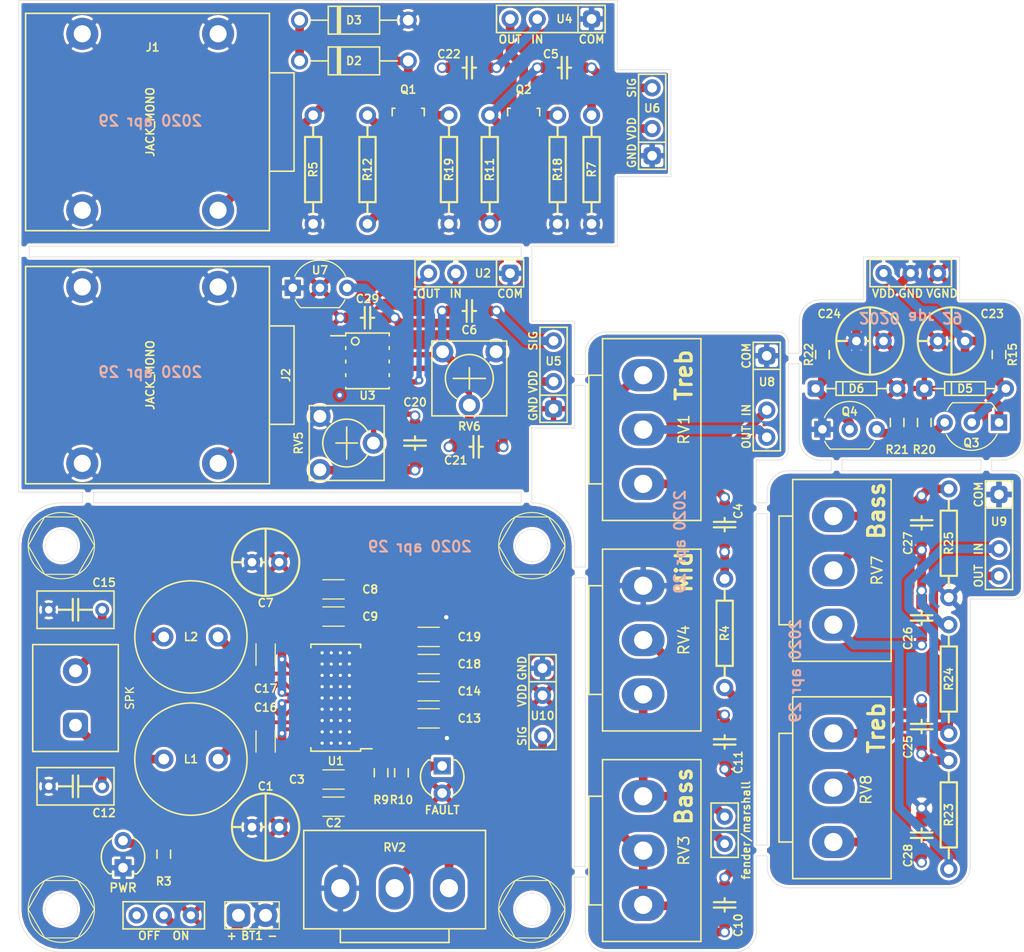
<source format=kicad_pcb>
(kicad_pcb (version 20171130) (host pcbnew "(5.1.5)-3")
  (layers (0 F.Cu signal) (31 B.Cu signal) (34 B.Paste user) (35 F.Paste user) (36 B.SilkS user) (37 F.SilkS user) (38 B.Mask user) (39 F.Mask user) (44 Edge.Cuts user))
  (net 0 "")
  (net 1 GND)
  (net 2 VDD)
  (net 3 "Net-(C4-Pad1)")
  (net 4 "Net-(C5-Pad2)")
  (net 5 "Net-(C5-Pad1)")
  (net 6 "Net-(C10-Pad2)")
  (net 7 "Net-(C10-Pad1)")
  (net 8 "Net-(C11-Pad1)")
  (net 9 "Net-(C12-Pad2)")
  (net 10 /GVDD)
  (net 11 "Net-(C15-Pad1)")
  (net 12 "Net-(C16-Pad2)")
  (net 13 /OUTL)
  (net 14 "Net-(C17-Pad2)")
  (net 15 /OUTR)
  (net 16 "Net-(C18-Pad1)")
  (net 17 "Net-(C19-Pad1)")
  (net 18 "Net-(D1-Pad2)")
  (net 19 "Net-(D4-Pad1)")
  (net 20 /SD_FAULT)
  (net 21 "Net-(D2-Pad1)")
  (net 22 "Net-(BT1-Pad1)")
  (net 23 "Net-(C4-Pad2)")
  (net 24 "Net-(C21-Pad1)")
  (net 25 "Net-(C6-Pad1)")
  (net 26 "Net-(C18-Pad2)")
  (net 27 "Net-(C20-Pad2)")
  (net 28 "Net-(C20-Pad1)")
  (net 29 "Net-(C21-Pad2)")
  (net 30 "Net-(C22-Pad2)")
  (net 31 "Net-(C22-Pad1)")
  (net 32 VGND)
  (net 33 "Net-(C25-Pad2)")
  (net 34 "Net-(C25-Pad1)")
  (net 35 "Net-(C26-Pad2)")
  (net 36 "Net-(C26-Pad1)")
  (net 37 "Net-(C27-Pad1)")
  (net 38 "Net-(C28-Pad1)")
  (net 39 "Net-(D5-Pad2)")
  (net 40 "Net-(D6-Pad1)")
  (net 41 "Net-(Q1-Pad2)")
  (net 42 "Net-(Q2-Pad3)")
  (net 43 "Net-(Q2-Pad2)")
  (net 44 "Net-(R24-Pad2)")
  (net 45 "Net-(RV1-Pad2)")
  (net 46 "Net-(U2-Pad3)")
  (net 47 "Net-(Q3-Pad3)")
  (net 48 "Net-(Q4-Pad3)")
  (net 49 "Net-(RV2-Pad3)")
  (net 50 /guit1)
  (net 51 /guit2)
  (net 52 "Net-(RV3-Pad1)")
  (module myAmp:C_5MM (layer F.Cu) (at 87.63 59.69)
    (fp_text reference C29 (at 0 -1.778) (layer F.SilkS) (effects (font (size 0.75 0.75))))
    (fp_text value 100nF hide)
    (pad 2 smd rect (at 1.5 0) (size 1.4 1) (layers F.Cu F.Paste F.Mask) (net 2 VDD))
    (pad 1 smd rect (at -1.5 0) (size 1.4 1) (layers F.Cu F.Paste F.Mask) (net 1 GND))
    (pad 2 thru_hole circle (at 2.54 0) (size 1 1) (drill 0.65) (layers *.Cu *.Mask) (net 2 VDD))
    (pad 1 thru_hole circle (at -2.54 0) (size 1 1) (drill 0.65) (layers *.Cu *.Mask) (net 1 GND))
  )
  (module myAmp:C_5MM (layer F.Cu) (at 97.155 59.055 180)
    (fp_text reference C6 (at 0 -1.778) (layer F.SilkS) (effects (font (size 0.75 0.75))))
    (fp_text value 100nF hide)
    (pad 2 smd rect (at 1.5 0 180) (size 1.4 1) (layers F.Cu F.Paste F.Mask) (net 24 "Net-(C21-Pad1)"))
    (pad 1 smd rect (at -1.5 0 180) (size 1.4 1) (layers F.Cu F.Paste F.Mask) (net 25 "Net-(C6-Pad1)"))
    (pad 2 thru_hole circle (at 2.54 0 180) (size 1 1) (drill 0.65) (layers *.Cu *.Mask) (net 24 "Net-(C21-Pad1)"))
    (pad 1 thru_hole circle (at -2.54 0 180) (size 1 1) (drill 0.65) (layers *.Cu *.Mask) (net 25 "Net-(C6-Pad1)"))
  )
  (module myAmp:C_5MM (layer F.Cu) (at 97.155 36.305 180)
    (fp_text reference C22 (at 1.905 1.27) (layer F.SilkS) (effects (font (size 0.75 0.75))))
    (fp_text value 100nF hide)
    (pad 2 smd rect (at 1.5 0 180) (size 1.4 1) (layers F.Cu F.Paste F.Mask) (net 30 "Net-(C22-Pad2)"))
    (pad 1 smd rect (at -1.5 0 180) (size 1.4 1) (layers F.Cu F.Paste F.Mask) (net 31 "Net-(C22-Pad1)"))
    (pad 2 thru_hole circle (at 2.54 0 180) (size 1 1) (drill 0.65) (layers *.Cu *.Mask) (net 30 "Net-(C22-Pad2)"))
    (pad 1 thru_hole circle (at -2.54 0 180) (size 1 1) (drill 0.65) (layers *.Cu *.Mask) (net 31 "Net-(C22-Pad1)"))
  )
  (module myAmp:C_5MM (layer F.Cu) (at 106.045 36.305 180)
    (fp_text reference C5 (at 1.27 1.27) (layer F.SilkS) (effects (font (size 0.75 0.75))))
    (fp_text value 100nF hide)
    (pad 2 smd rect (at 1.5 0 180) (size 1.4 1) (layers F.Cu F.Paste F.Mask) (net 4 "Net-(C5-Pad2)"))
    (pad 1 smd rect (at -1.5 0 180) (size 1.4 1) (layers F.Cu F.Paste F.Mask) (net 5 "Net-(C5-Pad1)"))
    (pad 2 thru_hole circle (at 2.54 0 180) (size 1 1) (drill 0.65) (layers *.Cu *.Mask) (net 4 "Net-(C5-Pad2)"))
    (pad 1 thru_hole circle (at -2.54 0 180) (size 1 1) (drill 0.65) (layers *.Cu *.Mask) (net 5 "Net-(C5-Pad1)"))
  )
  (module myAmp:C_5MM (layer F.Cu) (at 139.45 108.08 90)
    (fp_text reference C28 (at -1.905 -1.27 90) (layer F.SilkS) (effects (font (size 0.75 0.75))))
    (fp_text value 2.2nF hide)
    (pad 2 smd rect (at 1.5 0 90) (size 1.4 1) (layers F.Cu F.Paste F.Mask) (net 1 GND))
    (pad 1 smd rect (at -1.5 0 90) (size 1.4 1) (layers F.Cu F.Paste F.Mask) (net 38 "Net-(C28-Pad1)"))
    (pad 2 thru_hole circle (at 2.54 0 90) (size 1 1) (drill 0.65) (layers *.Cu *.Mask) (net 1 GND))
    (pad 1 thru_hole circle (at -2.54 0 90) (size 1 1) (drill 0.65) (layers *.Cu *.Mask) (net 38 "Net-(C28-Pad1)"))
  )
  (module myAmp:C_5MM (layer F.Cu) (at 139.45 78.87 270)
    (fp_text reference C27 (at 1.905 1.27 90) (layer F.SilkS) (effects (font (size 0.75 0.75))))
    (fp_text value 4.7nF hide)
    (pad 2 smd rect (at 1.5 0 270) (size 1.4 1) (layers F.Cu F.Paste F.Mask) (net 36 "Net-(C26-Pad1)"))
    (pad 1 smd rect (at -1.5 0 270) (size 1.4 1) (layers F.Cu F.Paste F.Mask) (net 37 "Net-(C27-Pad1)"))
    (pad 2 thru_hole circle (at 2.54 0 270) (size 1 1) (drill 0.65) (layers *.Cu *.Mask) (net 36 "Net-(C26-Pad1)"))
    (pad 1 thru_hole circle (at -2.54 0 270) (size 1 1) (drill 0.65) (layers *.Cu *.Mask) (net 37 "Net-(C27-Pad1)"))
  )
  (module myAmp:C_5MM (layer F.Cu) (at 139.45 87.76 270)
    (fp_text reference C26 (at 1.905 1.27 90) (layer F.SilkS) (effects (font (size 0.75 0.75))))
    (fp_text value 470pF hide)
    (pad 2 smd rect (at 1.5 0 270) (size 1.4 1) (layers F.Cu F.Paste F.Mask) (net 35 "Net-(C26-Pad2)"))
    (pad 1 smd rect (at -1.5 0 270) (size 1.4 1) (layers F.Cu F.Paste F.Mask) (net 36 "Net-(C26-Pad1)"))
    (pad 2 thru_hole circle (at 2.54 0 270) (size 1 1) (drill 0.65) (layers *.Cu *.Mask) (net 35 "Net-(C26-Pad2)"))
    (pad 1 thru_hole circle (at -2.54 0 270) (size 1 1) (drill 0.65) (layers *.Cu *.Mask) (net 36 "Net-(C26-Pad1)"))
  )
  (module myAmp:C_5MM (layer F.Cu) (at 139.45 97.92 90)
    (fp_text reference C25 (at -1.905 -1.27 90) (layer F.SilkS) (effects (font (size 0.75 0.75))))
    (fp_text value 330pF hide)
    (pad 2 smd rect (at 1.5 0 90) (size 1.4 1) (layers F.Cu F.Paste F.Mask) (net 33 "Net-(C25-Pad2)"))
    (pad 1 smd rect (at -1.5 0 90) (size 1.4 1) (layers F.Cu F.Paste F.Mask) (net 34 "Net-(C25-Pad1)"))
    (pad 2 thru_hole circle (at 2.54 0 90) (size 1 1) (drill 0.65) (layers *.Cu *.Mask) (net 33 "Net-(C25-Pad2)"))
    (pad 1 thru_hole circle (at -2.54 0 90) (size 1 1) (drill 0.65) (layers *.Cu *.Mask) (net 34 "Net-(C25-Pad1)"))
  )
  (module myAmp:C_5MM (layer F.Cu) (at 121.03 99.355 270)
    (fp_text reference C11 (at 1.905 -1.27 90) (layer F.SilkS) (effects (font (size 0.75 0.75))))
    (fp_text value 47nF hide)
    (pad 2 smd rect (at 1.5 0 270) (size 1.4 1) (layers F.Cu F.Paste F.Mask) (net 6 "Net-(C10-Pad2)"))
    (pad 1 smd rect (at -1.5 0 270) (size 1.4 1) (layers F.Cu F.Paste F.Mask) (net 8 "Net-(C11-Pad1)"))
    (pad 2 thru_hole circle (at 2.54 0 270) (size 1 1) (drill 0.65) (layers *.Cu *.Mask) (net 6 "Net-(C10-Pad2)"))
    (pad 1 thru_hole circle (at -2.54 0 270) (size 1 1) (drill 0.65) (layers *.Cu *.Mask) (net 8 "Net-(C11-Pad1)"))
  )
  (module myAmp:C_5MM (layer F.Cu) (at 121.03 114.595 90)
    (fp_text reference C10 (at -1.905 1.27 90) (layer F.SilkS) (effects (font (size 0.75 0.75))))
    (fp_text value 100nF hide)
    (pad 2 smd rect (at 1.5 0 90) (size 1.4 1) (layers F.Cu F.Paste F.Mask) (net 6 "Net-(C10-Pad2)"))
    (pad 1 smd rect (at -1.5 0 90) (size 1.4 1) (layers F.Cu F.Paste F.Mask) (net 7 "Net-(C10-Pad1)"))
    (pad 2 thru_hole circle (at 2.54 0 90) (size 1 1) (drill 0.65) (layers *.Cu *.Mask) (net 6 "Net-(C10-Pad2)"))
    (pad 1 thru_hole circle (at -2.54 0 90) (size 1 1) (drill 0.65) (layers *.Cu *.Mask) (net 7 "Net-(C10-Pad1)"))
  )
  (module myAmp:C_5MM (layer F.Cu) (at 121.03 79.035 270)
    (fp_text reference C4 (at -1.27 -1.27 90) (layer F.SilkS) (effects (font (size 0.75 0.75))))
    (fp_text value 250pF hide)
    (pad 2 smd rect (at 1.5 0 270) (size 1.4 1) (layers F.Cu F.Paste F.Mask) (net 23 "Net-(C4-Pad2)"))
    (pad 1 smd rect (at -1.5 0 270) (size 1.4 1) (layers F.Cu F.Paste F.Mask) (net 3 "Net-(C4-Pad1)"))
    (pad 2 thru_hole circle (at 2.54 0 270) (size 1 1) (drill 0.65) (layers *.Cu *.Mask) (net 23 "Net-(C4-Pad2)"))
    (pad 1 thru_hole circle (at -2.54 0 270) (size 1 1) (drill 0.65) (layers *.Cu *.Mask) (net 3 "Net-(C4-Pad1)"))
  )
  (module myAmp:C_5MM (layer F.Cu) (at 97.79 71.755 180)
    (fp_text reference C21 (at 1.905 -1.27) (layer F.SilkS) (effects (font (size 0.75 0.75))))
    (fp_text value 1nF hide)
    (pad 2 smd rect (at 1.5 0 180) (size 1.4 1) (layers F.Cu F.Paste F.Mask) (net 29 "Net-(C21-Pad2)"))
    (pad 1 smd rect (at -1.5 0 180) (size 1.4 1) (layers F.Cu F.Paste F.Mask) (net 24 "Net-(C21-Pad1)"))
    (pad 2 thru_hole circle (at 2.54 0 180) (size 1 1) (drill 0.65) (layers *.Cu *.Mask) (net 29 "Net-(C21-Pad2)"))
    (pad 1 thru_hole circle (at -2.54 0 180) (size 1 1) (drill 0.65) (layers *.Cu *.Mask) (net 24 "Net-(C21-Pad1)"))
  )
  (module myAmp:C_5MM (layer F.Cu) (at 92.075 71.405 90)
    (fp_text reference C20 (at 3.81 0 180) (layer F.SilkS) (effects (font (size 0.75 0.75))))
    (fp_text value 1nF hide)
    (pad 2 smd rect (at 1.5 0 90) (size 1.4 1) (layers F.Cu F.Paste F.Mask) (net 27 "Net-(C20-Pad2)"))
    (pad 1 smd rect (at -1.5 0 90) (size 1.4 1) (layers F.Cu F.Paste F.Mask) (net 28 "Net-(C20-Pad1)"))
    (pad 2 thru_hole circle (at 2.54 0 90) (size 1 1) (drill 0.65) (layers *.Cu *.Mask) (net 27 "Net-(C20-Pad2)"))
    (pad 1 thru_hole circle (at -2.54 0 90) (size 1 1) (drill 0.65) (layers *.Cu *.Mask) (net 28 "Net-(C20-Pad1)"))
  )
  (module myAmp:BATTERY (layer F.Cu) (at 76.835 115.57)
    (fp_text reference BT1 (at 0 1.905) (layer F.SilkS) (effects (font (size 0.75 0.75))))
    (fp_text value Battery)
    (fp_text user - (at 1.905 1.905) (layer F.SilkS) (effects (font (size 0.75 0.75))))
    (fp_text user + (at -1.905 1.905) (layer F.SilkS) (effects (font (size 0.75 0.75))))
    (pad 2 thru_hole circle (at 1.27 0) (size 2.2 2.2) (drill 1.2) (layers *.Cu *.Mask) (net 1 GND))
    (pad 1 thru_hole roundrect (at -1.27 0) (size 2.2 2.2) (drill 1.2) (layers *.Cu *.Mask) (net 22 "Net-(BT1-Pad1)"))
  )
  (module myAmp:PREAMP_CON (layer F.Cu) (at 105.029 65.659 90)
    (fp_text reference U5 (at 1.905 0 180) (layer F.SilkS) (effects (font (size 0.75 0.75))))
    (fp_text value PREAMP_CON)
    (fp_text user SIG (at 3.81 -1.905 90) (layer F.SilkS) (effects (font (size 0.75 0.75))))
    (fp_text user VDD (at 0 -1.905 90) (layer F.SilkS) (effects (font (size 0.75 0.75))))
    (fp_text user GND (at -2.54 -1.905 90) (layer F.SilkS) (effects (font (size 0.75 0.75))))
    (pad 3 thru_hole circle (at 3.81 0 90) (size 1.6 1.6) (drill 0.9) (layers *.Cu *.Mask) (net 25 "Net-(C6-Pad1)"))
    (pad 2 thru_hole circle (at 0 0 90) (size 1.6 1.6) (drill 0.9) (layers *.Cu *.Mask) (net 2 VDD))
    (pad 1 thru_hole roundrect (at -2.54 0 90) (size 1.6 1.6) (drill 0.9) (layers *.Cu *.Mask) (net 1 GND))
  )
  (module myAmp:RPOT_RKT6V (layer F.Cu) (at 97.155 62.865 180)
    (fp_text reference RV6 (at 0 -6.985) (layer F.SilkS) (effects (font (size 0.75 0.75))))
    (fp_text value 50K hide)
    (pad 3 thru_hole circle (at 2.5 0 180) (size 2 2) (drill 1.2) (layers *.Cu *.Mask) (net 24 "Net-(C21-Pad1)"))
    (pad 2 thru_hole circle (at 0 -5 180) (size 2 2) (drill 1.2) (layers *.Cu *.Mask) (net 29 "Net-(C21-Pad2)"))
    (pad 1 thru_hole circle (at -2.5 0 180) (size 2 2) (drill 1.2) (layers *.Cu *.Mask) (net 32 VGND))
  )
  (module myAmp:RPOT_RKT6V (layer F.Cu) (at 83.185 71.405 270)
    (fp_text reference RV5 (at 0 2 90) (layer F.SilkS) (effects (font (size 0.75 0.75))))
    (fp_text value 50K hide)
    (pad 3 thru_hole circle (at 2.5 0 270) (size 2 2) (drill 1.2) (layers *.Cu *.Mask) (net 28 "Net-(C20-Pad1)"))
    (pad 2 thru_hole circle (at 0 -5 270) (size 2 2) (drill 1.2) (layers *.Cu *.Mask) (net 27 "Net-(C20-Pad2)"))
    (pad 1 thru_hole circle (at -2.5 0 270) (size 2 2) (drill 1.2) (layers *.Cu *.Mask) (net 32 VGND))
  )
  (module myAmp:SPLITTER (layer F.Cu) (at 138.43 55.515)
    (fp_text reference J7)
    (fp_text value CONN_01X03)
    (pad 3 thru_hole circle (at 2.54 0) (size 1.524 1.524) (drill 0.762) (layers *.Cu *.Mask) (net 32 VGND))
    (pad 2 thru_hole circle (at 0 0) (size 1.524 1.524) (drill 0.762) (layers *.Cu *.Mask) (net 1 GND))
    (pad 1 thru_hole circle (at -2.54 0) (size 1.524 1.524) (drill 0.762) (layers *.Cu *.Mask) (net 2 VDD))
  )
  (module myAmp:POT_VULGARIS (layer F.Cu) (at 90.17 113.03)
    (fp_text reference RV2 (at 0 -3.81) (layer F.SilkS) (effects (font (size 0.75 0.75))))
    (fp_text value 10K)
    (pad 3 thru_hole oval (at 5.08 0) (size 3 4) (drill 1.7) (layers *.Cu *.Mask) (net 49 "Net-(RV2-Pad3)"))
    (pad 2 thru_hole oval (at 0 0) (size 3 4) (drill 1.7) (layers *.Cu *.Mask) (net 26 "Net-(C18-Pad2)"))
    (pad 1 thru_hole oval (at -5.08 0) (size 3 4) (drill 1.7) (layers *.Cu *.Mask) (net 1 GND))
  )
  (module myAmp:POT_VULGARIS (layer F.Cu) (at 131.195 83.315 270)
    (fp_text reference RV7 (at 0 -4.09 90) (layer F.SilkS))
    (fp_text value 500K hide)
    (pad 3 thru_hole oval (at 5.08 0 270) (size 3 4) (drill 1.7) (layers *.Cu *.Mask) (net 35 "Net-(C26-Pad2)"))
    (pad 2 thru_hole oval (at 0 0 270) (size 3 4) (drill 1.7) (layers *.Cu *.Mask) (net 36 "Net-(C26-Pad1)"))
    (pad 1 thru_hole oval (at -5.08 0 270) (size 3 4) (drill 1.7) (layers *.Cu *.Mask) (net 37 "Net-(C27-Pad1)"))
  )
  (module myAmp:POT_VULGARIS (layer F.Cu) (at 131.195 103.635 270)
    (fp_text reference RV8 (at 0.19 -3.06 90) (layer F.SilkS))
    (fp_text value 250K hide)
    (pad 3 thru_hole oval (at 5.08 0 270) (size 3 4) (drill 1.7) (layers *.Cu *.Mask) (net 38 "Net-(C28-Pad1)"))
    (pad 2 thru_hole oval (at 0 0 270) (size 3 4) (drill 1.7) (layers *.Cu *.Mask) (net 44 "Net-(R24-Pad2)"))
    (pad 1 thru_hole oval (at -5.08 0 270) (size 3 4) (drill 1.7) (layers *.Cu *.Mask) (net 33 "Net-(C25-Pad2)"))
  )
  (module myAmp:POT_VULGARIS (layer F.Cu) (at 113.41 89.83 270)
    (fp_text reference RV4 (at 0 -3.81 270) (layer F.SilkS))
    (fp_text value 10K)
    (pad 3 thru_hole oval (at 5.08 0 270) (size 3 4) (drill 1.7) (layers *.Cu *.Mask) (net 52 "Net-(RV3-Pad1)"))
    (pad 2 thru_hole oval (at 0 0 270) (size 3 4) (drill 1.7) (layers *.Cu *.Mask) (net 8 "Net-(C11-Pad1)"))
    (pad 1 thru_hole oval (at -5.08 0 270) (size 3 4) (drill 1.7) (layers *.Cu *.Mask) (net 1 GND))
  )
  (module myAmp:POT_VULGARIS (layer F.Cu) (at 113.41 109.515 270)
    (fp_text reference RV3 (at 0 -3.81 90) (layer F.SilkS))
    (fp_text value 250K)
    (pad 3 thru_hole oval (at 5.08 0 270) (size 3 4) (drill 1.7) (layers *.Cu *.Mask) (net 7 "Net-(C10-Pad1)"))
    (pad 2 thru_hole oval (at 0 0 270) (size 3 4) (drill 1.7) (layers *.Cu *.Mask) (net 7 "Net-(C10-Pad1)"))
    (pad 1 thru_hole oval (at -5.08 0 270) (size 3 4) (drill 1.7) (layers *.Cu *.Mask) (net 52 "Net-(RV3-Pad1)"))
  )
  (module myAmp:POT_VULGARIS (layer F.Cu) (at 113.41 70.145 270)
    (fp_text reference RV1 (at 0 -3.81 90) (layer F.SilkS))
    (fp_text value 250K)
    (pad 3 thru_hole oval (at 5.08 0 270) (size 3 4) (drill 1.7) (layers *.Cu *.Mask) (net 3 "Net-(C4-Pad1)"))
    (pad 2 thru_hole oval (at 0 0 270) (size 3 4) (drill 1.7) (layers *.Cu *.Mask) (net 45 "Net-(RV1-Pad2)"))
    (pad 1 thru_hole oval (at -5.08 0 270) (size 3 4) (drill 1.7) (layers *.Cu *.Mask) (net 7 "Net-(C10-Pad1)"))
  )
  (module myAmp:TONE_CON (layer F.Cu) (at 104.775 31.75 180)
    (fp_text reference U4 (at -1.27 0 180) (layer F.SilkS) (effects (font (size 0.75 0.75))))
    (fp_text value TONE_CON)
    (fp_text user OUT (at 3.81 -1.905) (layer F.SilkS) (effects (font (size 0.75 0.75))))
    (fp_text user IN (at 1.27 -1.905) (layer F.SilkS) (effects (font (size 0.75 0.75))))
    (fp_text user COM (at -3.81 -1.905) (layer F.SilkS) (effects (font (size 0.75 0.75))))
    (pad 3 thru_hole circle (at 3.81 0 180) (size 1.6 1.6) (drill 0.9) (layers *.Cu *.Mask) (net 42 "Net-(Q2-Pad3)"))
    (pad 2 thru_hole circle (at 1.27 0 180) (size 1.6 1.6) (drill 0.9) (layers *.Cu *.Mask) (net 31 "Net-(C22-Pad1)"))
    (pad 1 thru_hole roundrect (at -3.81 0 180) (size 1.6 1.6) (drill 0.9) (layers *.Cu *.Mask) (net 1 GND))
  )
  (module myAmp:TONE_CON (layer F.Cu) (at 146.685 80.026 270)
    (fp_text reference U9 (at -1.27 0 180) (layer F.SilkS) (effects (font (size 0.75 0.75))))
    (fp_text value TONE_CON)
    (fp_text user OUT (at 3.81 1.905 90) (layer F.SilkS) (effects (font (size 0.75 0.75))))
    (fp_text user IN (at 1.27 1.905 90) (layer F.SilkS) (effects (font (size 0.75 0.75))))
    (fp_text user COM (at -3.81 1.905 90) (layer F.SilkS) (effects (font (size 0.75 0.75))))
    (pad 3 thru_hole circle (at 3.81 0 270) (size 1.6 1.6) (drill 0.9) (layers *.Cu *.Mask) (net 44 "Net-(R24-Pad2)"))
    (pad 2 thru_hole circle (at 1.27 0 270) (size 1.6 1.6) (drill 0.9) (layers *.Cu *.Mask) (net 34 "Net-(C25-Pad1)"))
    (pad 1 thru_hole roundrect (at -3.81 0 270) (size 1.6 1.6) (drill 0.9) (layers *.Cu *.Mask) (net 1 GND))
  )
  (module myAmp:TONE_CON (layer F.Cu) (at 124.968 67.056 270)
    (fp_text reference U8 (at -1.36 -0.015 180) (layer F.SilkS) (effects (font (size 0.75 0.75))))
    (fp_text value TONE_CON)
    (fp_text user OUT (at 3.81 1.905 90) (layer F.SilkS) (effects (font (size 0.75 0.75))))
    (fp_text user IN (at 1.27 1.905 90) (layer F.SilkS) (effects (font (size 0.75 0.75))))
    (fp_text user COM (at -3.81 1.905 90) (layer F.SilkS) (effects (font (size 0.75 0.75))))
    (pad 3 thru_hole circle (at 3.81 0 270) (size 1.6 1.6) (drill 0.9) (layers *.Cu *.Mask) (net 45 "Net-(RV1-Pad2)"))
    (pad 2 thru_hole circle (at 1.27 0 270) (size 1.6 1.6) (drill 0.9) (layers *.Cu *.Mask) (net 23 "Net-(C4-Pad2)"))
    (pad 1 thru_hole roundrect (at -3.81 0 270) (size 1.6 1.6) (drill 0.9) (layers *.Cu *.Mask) (net 1 GND))
  )
  (module myAmp:TONE_CON (layer F.Cu) (at 97.155 55.53 180)
    (fp_text reference U2 (at -1.27 0) (layer F.SilkS) (effects (font (size 0.75 0.75))))
    (fp_text value TONE_CON)
    (fp_text user OUT (at 3.81 -1.905) (layer F.SilkS) (effects (font (size 0.75 0.75))))
    (fp_text user IN (at 1.27 -1.905) (layer F.SilkS) (effects (font (size 0.75 0.75))))
    (fp_text user COM (at -3.81 -1.905) (layer F.SilkS) (effects (font (size 0.75 0.75))))
    (pad 3 thru_hole circle (at 3.81 0 180) (size 1.6 1.6) (drill 0.9) (layers *.Cu *.Mask) (net 46 "Net-(U2-Pad3)"))
    (pad 2 thru_hole circle (at 1.27 0 180) (size 1.6 1.6) (drill 0.9) (layers *.Cu *.Mask) (net 28 "Net-(C20-Pad1)"))
    (pad 1 thru_hole roundrect (at -3.81 0 180) (size 1.6 1.6) (drill 0.9) (layers *.Cu *.Mask) (net 32 VGND))
  )
  (module myAmp:SOIC-8_3.9x4.9mm_P1.27mm (layer F.Cu) (at 87.63 63.785)
    (fp_text reference U3 (at 0 3.175) (layer F.SilkS) (effects (font (size 0.75 0.75))))
    (fp_text value TL072)
    (pad 1 smd rect (at -2.8 -1.905) (size 1.8 0.6) (layers F.Cu F.Paste F.Mask) (net 28 "Net-(C20-Pad1)"))
    (pad 2 smd roundrect (at -2.8 -0.635) (size 1.8 0.6) (layers F.Cu F.Paste F.Mask) (net 27 "Net-(C20-Pad2)"))
    (pad 3 smd roundrect (at -2.8 0.635) (size 1.8 0.6) (layers F.Cu F.Paste F.Mask) (net 51 /guit2))
    (pad 4 smd roundrect (at -2.8 1.905) (size 1.8 0.6) (layers F.Cu F.Paste F.Mask) (net 1 GND))
    (pad 5 smd roundrect (at 2.8 1.905) (size 1.8 0.6) (layers F.Cu F.Paste F.Mask) (net 46 "Net-(U2-Pad3)"))
    (pad 6 smd roundrect (at 2.8 0.635) (size 1.8 0.6) (layers F.Cu F.Paste F.Mask) (net 29 "Net-(C21-Pad2)"))
    (pad 7 smd roundrect (at 2.8 -0.635) (size 1.8 0.6) (layers F.Cu F.Paste F.Mask) (net 24 "Net-(C21-Pad1)"))
    (pad 8 smd roundrect (at 2.8 -1.905) (size 1.8 0.6) (layers F.Cu F.Paste F.Mask) (net 2 VDD))
  )
  (module myAmp:R_0805 (layer F.Cu) (at 90.805 102.235 270)
    (fp_text reference R10 (at 2.54 0 180) (layer F.SilkS) (effects (font (size 0.75 0.75))))
    (fp_text value 2K2 hide)
    (pad 2 smd roundrect (at 1 0 270) (size 1 1.3) (layers F.Cu F.Paste F.Mask) (net 19 "Net-(D4-Pad1)"))
    (pad 1 smd roundrect (at -1 0 270) (size 1 1.3) (layers F.Cu F.Paste F.Mask) (net 20 /SD_FAULT))
  )
  (module myAmp:R_0805 (layer F.Cu) (at 88.9 102.235 90)
    (fp_text reference R9 (at -2.54 0 180) (layer F.SilkS) (effects (font (size 0.75 0.75))))
    (fp_text value 10K hide)
    (pad 2 smd roundrect (at 1 0 90) (size 1 1.3) (layers F.Cu F.Paste F.Mask) (net 20 /SD_FAULT))
    (pad 1 smd roundrect (at -1 0 90) (size 1 1.3) (layers F.Cu F.Paste F.Mask) (net 2 VDD))
  )
  (module myAmp:R_0805 (layer F.Cu) (at 68.58 109.855 90)
    (fp_text reference R3 (at -2.54 0 180) (layer F.SilkS) (effects (font (size 0.75 0.75))))
    (fp_text value 2K2 hide)
    (pad 2 smd roundrect (at 1 0 90) (size 1 1.3) (layers F.Cu F.Paste F.Mask) (net 18 "Net-(D1-Pad2)"))
    (pad 1 smd roundrect (at -1 0 90) (size 1 1.3) (layers F.Cu F.Paste F.Mask) (net 2 VDD))
  )
  (module myAmp:R_0805 (layer F.Cu) (at 130.175 63.135 270)
    (fp_text reference R22 (at 0 1.27 90) (layer F.SilkS) (effects (font (size 0.75 0.75))))
    (fp_text value 4K7 hide)
    (pad 2 smd roundrect (at 1 0 270) (size 1 1.3) (layers F.Cu F.Paste F.Mask) (net 40 "Net-(D6-Pad1)"))
    (pad 1 smd roundrect (at -1 0 270) (size 1 1.3) (layers F.Cu F.Paste F.Mask) (net 1 GND))
  )
  (module myAmp:R_0805 (layer F.Cu) (at 146.685 63.135 90)
    (fp_text reference R15 (at 0 1.27 90) (layer F.SilkS) (effects (font (size 0.75 0.75))))
    (fp_text value 4K7 hide)
    (pad 2 smd roundrect (at 1 0 90) (size 1 1.3) (layers F.Cu F.Paste F.Mask) (net 2 VDD))
    (pad 1 smd roundrect (at -1 0 90) (size 1 1.3) (layers F.Cu F.Paste F.Mask) (net 39 "Net-(D5-Pad2)"))
  )
  (module myAmp:R_0805 (layer F.Cu) (at 137.16 69.485 90)
    (fp_text reference R21 (at -2.54 0) (layer F.SilkS) (effects (font (size 0.75 0.75))))
    (fp_text value 10 hide)
    (pad 2 smd roundrect (at 1 0 90) (size 1 1.3) (layers F.Cu F.Paste F.Mask) (net 32 VGND))
    (pad 1 smd roundrect (at -1 0 90) (size 1 1.3) (layers F.Cu F.Paste F.Mask) (net 48 "Net-(Q4-Pad3)"))
  )
  (module myAmp:R_0805 (layer F.Cu) (at 139.7 69.485 270)
    (fp_text reference R20 (at 2.54 0) (layer F.SilkS) (effects (font (size 0.75 0.75))))
    (fp_text value 10 hide)
    (pad 2 smd roundrect (at 1 0 270) (size 1 1.3) (layers F.Cu F.Paste F.Mask) (net 47 "Net-(Q3-Pad3)"))
    (pad 1 smd roundrect (at -1 0 270) (size 1 1.3) (layers F.Cu F.Paste F.Mask) (net 32 VGND))
  )
  (module myAmp:TO-92_Inline_Wide (layer F.Cu) (at 132.715 70.12)
    (fp_text reference Q4 (at 0 -1.651) (layer F.SilkS) (effects (font (size 0.75 0.75))))
    (fp_text value BC557 hide)
    (pad 2 thru_hole circle (at 0 0 90) (size 1.52 1.52) (drill 0.8) (layers *.Cu *.Mask) (net 40 "Net-(D6-Pad1)"))
    (pad 3 thru_hole circle (at 2.54 0 90) (size 1.52 1.52) (drill 0.8) (layers *.Cu *.Mask) (net 48 "Net-(Q4-Pad3)"))
    (pad 1 thru_hole rect (at -2.54 0 90) (size 1.52 1.52) (drill 0.8) (layers *.Cu *.Mask) (net 1 GND))
  )
  (module myAmp:TO-92_Inline_Wide (layer F.Cu) (at 144.145 69.485 180)
    (fp_text reference Q3 (at 0.04 -1.905) (layer F.SilkS) (effects (font (size 0.75 0.75))))
    (fp_text value BC547 hide)
    (pad 2 thru_hole circle (at 0 0 270) (size 1.52 1.52) (drill 0.8) (layers *.Cu *.Mask) (net 39 "Net-(D5-Pad2)"))
    (pad 3 thru_hole circle (at 2.54 0 270) (size 1.52 1.52) (drill 0.8) (layers *.Cu *.Mask) (net 47 "Net-(Q3-Pad3)"))
    (pad 1 thru_hole rect (at -2.54 0 270) (size 1.52 1.52) (drill 0.8) (layers *.Cu *.Mask) (net 2 VDD))
  )
  (module myAmp:MountingHole (layer F.Cu) (at 59 115)
    (fp_text reference J3 hide)
    (fp_text value HOLE hide)
    (pad 1 thru_hole circle (at 0 0) (size 3 3) (drill 3) (layers *.Cu *.Mask))
  )
  (module myAmp:SW_TINY (layer F.Cu) (at 68.58 115.57 180)
    (fp_text reference SW1)
    (fp_text value "OFF  ON" (at 0 -1.905) (layer F.SilkS) (effects (font (size 0.75 0.75))))
    (pad 3 thru_hole circle (at 2.54 0 180) (size 1.524 1.524) (drill 0.762) (layers *.Cu *.Mask))
    (pad 2 thru_hole circle (at 0 0 180) (size 1.524 1.524) (drill 0.762) (layers *.Cu *.Mask) (net 22 "Net-(BT1-Pad1)"))
    (pad 1 thru_hole circle (at -2.54 0 180) (size 1.524 1.524) (drill 0.762) (layers *.Cu *.Mask) (net 2 VDD))
  )
  (module myAmp:LED_D3.0mm (layer F.Cu) (at 64.77 109.855 270)
    (fp_text reference D1 hide)
    (fp_text value PWR (at 3.145 0) (layer F.SilkS) (effects (font (size 0.8128 0.8128) (thickness 0.1524))))
    (pad 1 thru_hole rect (at 1.27 0 270) (size 1.6 1.6) (drill 0.9) (layers *.Cu *.Mask) (net 1 GND))
    (pad 2 thru_hole circle (at -1.27 0 270) (size 1.6 1.6) (drill 0.9) (layers *.Cu *.Mask) (net 18 "Net-(D1-Pad2)"))
  )
  (module myAmp:C_FILM_5MM (layer F.Cu) (at 60.325 86.995 180)
    (fp_text reference C15 (at -2.675 2.54) (layer F.SilkS) (effects (font (size 0.75 0.75))))
    (fp_text value 680nF hide)
    (pad 2 thru_hole circle (at 2.5 0 180) (size 1.3 1.3) (drill 0.7) (layers *.Cu *.Mask) (net 1 GND))
    (pad 1 thru_hole circle (at -2.5 0 180) (size 1.3 1.3) (drill 0.7) (layers *.Cu *.Mask) (net 11 "Net-(C15-Pad1)"))
  )
  (module myAmp:PREAMP_CON (layer F.Cu) (at 104 95 270)
    (fp_text reference U10 (at 1.905 0) (layer F.SilkS) (effects (font (size 0.75 0.75))))
    (fp_text value PREAMP_CON)
    (fp_text user SIG (at 3.81 1.905 90) (layer F.SilkS) (effects (font (size 0.75 0.75))))
    (fp_text user VDD (at 0 1.905 90) (layer F.SilkS) (effects (font (size 0.75 0.75))))
    (fp_text user GND (at -2.54 1.905 90) (layer F.SilkS) (effects (font (size 0.75 0.75))))
    (pad 3 thru_hole circle (at 3.81 0 270) (size 1.6 1.6) (drill 0.9) (layers *.Cu *.Mask) (net 49 "Net-(RV2-Pad3)"))
    (pad 2 thru_hole circle (at 0 0 270) (size 1.6 1.6) (drill 0.9) (layers *.Cu *.Mask) (net 2 VDD))
    (pad 1 thru_hole roundrect (at -2.54 0 270) (size 1.6 1.6) (drill 0.9) (layers *.Cu *.Mask) (net 1 GND))
  )
  (module myAmp:TO-92_Inline_Wide (layer F.Cu) (at 83.185 56.896)
    (fp_text reference U7 (at 0 -1.651) (layer F.SilkS) (effects (font (size 0.75 0.75))))
    (fp_text value TLE2426 hide)
    (pad 2 thru_hole circle (at 0 0 90) (size 1.52 1.52) (drill 0.8) (layers *.Cu *.Mask) (net 1 GND))
    (pad 3 thru_hole circle (at 2.54 0 90) (size 1.52 1.52) (drill 0.8) (layers *.Cu *.Mask) (net 2 VDD))
    (pad 1 thru_hole rect (at -2.54 0 90) (size 1.52 1.52) (drill 0.8) (layers *.Cu *.Mask) (net 32 VGND))
  )
  (module myAmp:PREAMP_CON (layer F.Cu) (at 114.25 42 90)
    (fp_text reference U6 (at 1.905 0 180) (layer F.SilkS) (effects (font (size 0.75 0.75))))
    (fp_text value PREAMP_CON)
    (fp_text user SIG (at 3.81 -1.905 90) (layer F.SilkS) (effects (font (size 0.75 0.75))))
    (fp_text user VDD (at 0 -1.905 90) (layer F.SilkS) (effects (font (size 0.75 0.75))))
    (fp_text user GND (at -2.54 -1.905 90) (layer F.SilkS) (effects (font (size 0.75 0.75))))
    (pad 3 thru_hole circle (at 3.81 0 90) (size 1.6 1.6) (drill 0.9) (layers *.Cu *.Mask) (net 5 "Net-(C5-Pad1)"))
    (pad 2 thru_hole circle (at 0 0 90) (size 1.6 1.6) (drill 0.9) (layers *.Cu *.Mask) (net 2 VDD))
    (pad 1 thru_hole roundrect (at -2.54 0 90) (size 1.6 1.6) (drill 0.9) (layers *.Cu *.Mask) (net 1 GND))
  )
  (module myAmp:JUMPER (layer F.Cu) (at 121.03 107.61 270)
    (fp_text reference SW2)
    (fp_text value fender/marshall (at 0 -2 90) (layer F.SilkS) (effects (font (size 0.75 0.75))))
    (pad 2 thru_hole circle (at 1.27 0 270) (size 1.524 1.524) (drill 0.8) (layers *.Cu *.Mask) (net 52 "Net-(RV3-Pad1)"))
    (pad 1 thru_hole circle (at -1.27 0 270) (size 1.524 1.524) (drill 0.8) (layers *.Cu *.Mask) (net 8 "Net-(C11-Pad1)"))
  )
  (module myAmp:R_10MM (layer F.Cu) (at 141.99 80.775 90)
    (fp_text reference R25 (at 0 0 90) (layer F.SilkS) (effects (font (size 0.75 0.75))))
    (fp_text value 10K hide)
    (pad 2 thru_hole circle (at 5.08 0 90) (size 1.6 1.6) (drill 0.9) (layers *.Cu *.Mask) (net 37 "Net-(C27-Pad1)"))
    (pad 1 thru_hole circle (at -5.08 0 90) (size 1.6 1.6) (drill 0.9) (layers *.Cu *.Mask) (net 1 GND))
  )
  (module myAmp:R_10MM (layer F.Cu) (at 141.99 93.475 270)
    (fp_text reference R24 (at 0 0 90) (layer F.SilkS) (effects (font (size 0.75 0.75))))
    (fp_text value 180K hide)
    (pad 2 thru_hole circle (at 5.08 0 270) (size 1.6 1.6) (drill 0.9) (layers *.Cu *.Mask) (net 44 "Net-(R24-Pad2)"))
    (pad 1 thru_hole circle (at -5.08 0 270) (size 1.6 1.6) (drill 0.9) (layers *.Cu *.Mask) (net 36 "Net-(C26-Pad1)"))
  )
  (module myAmp:R_10MM (layer F.Cu) (at 141.99 106.175 90)
    (fp_text reference R23 (at 0 0 90) (layer F.SilkS) (effects (font (size 0.75 0.75))))
    (fp_text value 100K hide)
    (pad 2 thru_hole circle (at 5.08 0 90) (size 1.6 1.6) (drill 0.9) (layers *.Cu *.Mask) (net 34 "Net-(C25-Pad1)"))
    (pad 1 thru_hole circle (at -5.08 0 90) (size 1.6 1.6) (drill 0.9) (layers *.Cu *.Mask) (net 35 "Net-(C26-Pad2)"))
  )
  (module myAmp:R_10MM (layer F.Cu) (at 95.25 45.83 90)
    (fp_text reference R19 (at 0 0 90) (layer F.SilkS) (effects (font (size 0.75 0.75))))
    (fp_text value 1 hide)
    (pad 2 thru_hole circle (at 5.08 0 90) (size 1.6 1.6) (drill 0.9) (layers *.Cu *.Mask) (net 41 "Net-(Q1-Pad2)"))
    (pad 1 thru_hole circle (at -5.08 0 90) (size 1.6 1.6) (drill 0.9) (layers *.Cu *.Mask) (net 1 GND))
  )
  (module myAmp:R_10MM (layer F.Cu) (at 105.41 45.83 90)
    (fp_text reference R18 (at 0 0 90) (layer F.SilkS) (effects (font (size 0.75 0.75))))
    (fp_text value 1 hide)
    (pad 2 thru_hole circle (at 5.08 0 90) (size 1.6 1.6) (drill 0.9) (layers *.Cu *.Mask) (net 43 "Net-(Q2-Pad2)"))
    (pad 1 thru_hole circle (at -5.08 0 90) (size 1.6 1.6) (drill 0.9) (layers *.Cu *.Mask) (net 1 GND))
  )
  (module myAmp:R_10MM (layer F.Cu) (at 87.63 45.83 270)
    (fp_text reference R12 (at 0 0 90) (layer F.SilkS) (effects (font (size 0.75 0.75))))
    (fp_text value 1 hide)
    (pad 2 thru_hole circle (at 5.08 0 270) (size 1.6 1.6) (drill 0.9) (layers *.Cu *.Mask) (net 2 VDD))
    (pad 1 thru_hole circle (at -5.08 0 270) (size 1.6 1.6) (drill 0.9) (layers *.Cu *.Mask) (net 30 "Net-(C22-Pad2)"))
  )
  (module myAmp:R_10MM (layer F.Cu) (at 99.06 45.83 270)
    (fp_text reference R11 (at 0 0 90) (layer F.SilkS) (effects (font (size 0.75 0.75))))
    (fp_text value 1 hide)
    (pad 2 thru_hole circle (at 5.08 0 270) (size 1.6 1.6) (drill 0.9) (layers *.Cu *.Mask) (net 2 VDD))
    (pad 1 thru_hole circle (at -5.08 0 270) (size 1.6 1.6) (drill 0.9) (layers *.Cu *.Mask) (net 4 "Net-(C5-Pad2)"))
  )
  (module myAmp:COILCRAFT_DR0810 (layer F.Cu) (at 71.12 89.535 180)
    (fp_text reference L2 (at 0 0) (layer F.SilkS) (effects (font (size 0.75 0.75))))
    (fp_text value 10μH)
    (pad 2 thru_hole circle (at 2.54 0 180) (size 1.8 1.8) (drill 1) (layers *.Cu *.Mask) (net 11 "Net-(C15-Pad1)"))
    (pad 1 thru_hole circle (at -2.54 0 180) (size 1.8 1.8) (drill 1) (layers *.Cu *.Mask) (net 15 /OUTR))
  )
  (module myAmp:COILCRAFT_DR0810 (layer F.Cu) (at 71.12 100.965 180)
    (fp_text reference L1 (at 0 0) (layer F.SilkS) (effects (font (size 0.75 0.75))))
    (fp_text value 10μH)
    (pad 2 thru_hole circle (at 2.54 0 180) (size 1.8 1.8) (drill 1) (layers *.Cu *.Mask) (net 9 "Net-(C12-Pad2)"))
    (pad 1 thru_hole circle (at -2.54 0 180) (size 1.8 1.8) (drill 1) (layers *.Cu *.Mask) (net 13 /OUTL))
  )
  (module myAmp:MountingHole (layer F.Cu) (at 103 81)
    (fp_text reference J6 hide)
    (fp_text value HOLE hide)
    (pad 1 thru_hole circle (at 0 0) (size 3 3) (drill 3) (layers *.Cu *.Mask))
  )
  (module myAmp:JACK_CL13106 (layer F.Cu) (at 67.31 65.055 90)
    (fp_text reference J2 (at 0 12.7 90) (layer F.SilkS) (effects (font (size 0.75 0.75))))
    (fp_text value JACK_MONO (at 0 0 90) (layer F.SilkS) (effects (font (size 0.75 0.75))))
    (pad 1 thru_hole circle (at 8.25 -6.35 90) (size 3 3) (drill 1.6) (layers *.Cu *.Mask) (net 32 VGND))
    (pad 4 thru_hole circle (at -8.25 -6.35 90) (size 3 3) (drill 1.6) (layers *.Cu *.Mask) (net 32 VGND))
    (pad 3 thru_hole circle (at 8.25 6.35 90) (size 3 3) (drill 1.6) (layers *.Cu *.Mask) (net 32 VGND))
    (pad 6 thru_hole circle (at -8.25 6.35 90) (size 3 3) (drill 1.6) (layers *.Cu *.Mask) (net 51 /guit2))
  )
  (module myAmp:DO35 (layer F.Cu) (at 133.35 66.31)
    (fp_text reference D6 (at 0 0) (layer F.SilkS) (effects (font (size 0.75 0.75))))
    (fp_text value 1N4148)
    (pad 2 thru_hole circle (at 3.81 0) (size 1.524 1.524) (drill 0.8) (layers *.Cu *.Mask) (net 32 VGND))
    (pad 1 thru_hole roundrect (at -3.81 0) (size 1.524 1.524) (drill 0.8) (layers *.Cu *.Mask) (net 40 "Net-(D6-Pad1)"))
  )
  (module myAmp:DO35 (layer F.Cu) (at 143.51 66.31)
    (fp_text reference D5 (at 0 0) (layer F.SilkS) (effects (font (size 0.75 0.75))))
    (fp_text value 1N4148)
    (pad 2 thru_hole circle (at 3.81 0) (size 1.524 1.524) (drill 0.8) (layers *.Cu *.Mask) (net 39 "Net-(D5-Pad2)"))
    (pad 1 thru_hole roundrect (at -3.81 0) (size 1.524 1.524) (drill 0.8) (layers *.Cu *.Mask) (net 32 VGND))
  )
  (module myAmp:LED_D3.0mm (layer F.Cu) (at 94.615 102.87 90)
    (fp_text reference D4 hide)
    (fp_text value FAULT (at -2.8575 0) (layer F.SilkS) (effects (font (size 0.75 0.75))))
    (pad 1 thru_hole rect (at 1.27 0 90) (size 1.6 1.6) (drill 0.9) (layers *.Cu *.Mask) (net 19 "Net-(D4-Pad1)"))
    (pad 2 thru_hole circle (at -1.27 0 90) (size 1.6 1.6) (drill 0.9) (layers *.Cu *.Mask) (net 2 VDD))
  )
  (module myAmp:CPOL_D6.3_P2.5 (layer F.Cu) (at 134.62 61.865 180)
    (fp_text reference C24 (at 3.81 2.54) (layer F.SilkS) (effects (font (size 0.75 0.75))))
    (fp_text value 220μF)
    (pad 2 thru_hole circle (at 1.27 0 180) (size 1.524 1.524) (drill 0.8) (layers *.Cu *.Mask) (net 1 GND))
    (pad 1 thru_hole circle (at -1.27 0 180) (size 1.524 1.524) (drill 0.8) (layers *.Cu *.Mask) (net 32 VGND))
  )
  (module myAmp:CPOL_D6.3_P2.5 (layer F.Cu) (at 142.24 61.865 180)
    (fp_text reference C23 (at -3.81 2.54) (layer F.SilkS) (effects (font (size 0.75 0.75))))
    (fp_text value 220μF)
    (pad 2 thru_hole circle (at 1.27 0 180) (size 1.524 1.524) (drill 0.8) (layers *.Cu *.Mask) (net 32 VGND))
    (pad 1 thru_hole circle (at -1.27 0 180) (size 1.524 1.524) (drill 0.8) (layers *.Cu *.Mask) (net 2 VDD))
  )
  (module myAmp:JACK_CL13106 (layer F.Cu) (at 67.31 41.385 90)
    (fp_text reference J1 (at 6.985 0.23 180) (layer F.SilkS) (effects (font (size 0.75 0.75))))
    (fp_text value JACK_MONO (at 0 0 90) (layer F.SilkS) (effects (font (size 0.75 0.75))))
    (pad 1 thru_hole circle (at 8.25 -6.35 90) (size 3 3) (drill 1.6) (layers *.Cu *.Mask) (net 1 GND))
    (pad 4 thru_hole circle (at -8.25 -6.35 90) (size 3 3) (drill 1.6) (layers *.Cu *.Mask) (net 1 GND))
    (pad 3 thru_hole circle (at 8.25 6.35 90) (size 3 3) (drill 1.6) (layers *.Cu *.Mask) (net 1 GND))
    (pad 6 thru_hole circle (at -8.25 6.35 90) (size 3 3) (drill 1.6) (layers *.Cu *.Mask) (net 50 /guit1))
  )
  (module myAmp:CPOL_D6.3_P2.5 (layer F.Cu) (at 78.105 82.55 180)
    (fp_text reference C7 (at 0 -3.81) (layer F.SilkS) (effects (font (size 0.75 0.75))))
    (fp_text value 100μF)
    (pad 2 thru_hole circle (at 1.27 0 180) (size 1.524 1.524) (drill 0.8) (layers *.Cu *.Mask) (net 1 GND))
    (pad 1 thru_hole circle (at -1.27 0 180) (size 1.524 1.524) (drill 0.8) (layers *.Cu *.Mask) (net 2 VDD))
  )
  (module myAmp:DO41 (layer F.Cu) (at 86.36 35.67)
    (fp_text reference D2 (at 0 0) (layer F.SilkS) (effects (font (size 0.75 0.75))))
    (fp_text value 1N4773a hide)
    (pad 2 thru_hole circle (at 5.08 0) (size 1.6 1.6) (drill 1) (layers *.Cu *.Mask) (net 50 /guit1))
    (pad 1 thru_hole circle (at -5.08 0) (size 1.6 1.6) (drill 1) (layers *.Cu *.Mask) (net 21 "Net-(D2-Pad1)"))
  )
  (module myAmp:MountingHole (layer F.Cu) (at 103 115)
    (fp_text reference J5 hide)
    (fp_text value HOLE hide)
    (pad 1 thru_hole circle (at 0 0) (size 3 3) (drill 3) (layers *.Cu *.Mask))
  )
  (module myAmp:HTSSOP-28_4.4x9.7mm_Pitch0.65mm_ThermalPad (layer F.Cu) (at 84.665 95.24375 180)
    (fp_text reference U1 (at 0 -5.9) (layer F.SilkS) (effects (font (size 0.75 0.75))))
    (fp_text value TPA3136D2 hide)
    (pad 28 smd rect (at 3.25 -4.225 180) (size 1.5 0.35) (layers F.Cu F.Paste F.Mask) (net 2 VDD))
    (pad 27 smd rect (at 3.25 -3.575 180) (size 1.5 0.35) (layers F.Cu F.Paste F.Mask) (net 2 VDD))
    (pad 26 smd rect (at 3.25 -2.925 180) (size 1.5 0.35) (layers F.Cu F.Paste F.Mask) (net 12 "Net-(C16-Pad2)"))
    (pad 25 smd rect (at 3.25 -2.275 180) (size 1.5 0.35) (layers F.Cu F.Paste F.Mask) (net 13 /OUTL))
    (pad 24 smd rect (at 3.25 -1.625 180) (size 1.5 0.35) (layers F.Cu F.Paste F.Mask) (net 1 GND))
    (pad 23 smd rect (at 3.25 -0.975 180) (size 1.5 0.35) (layers F.Cu F.Paste F.Mask) (net 13 /OUTL))
    (pad 22 smd rect (at 3.25 -0.325 180) (size 1.5 0.35) (layers F.Cu F.Paste F.Mask) (net 12 "Net-(C16-Pad2)"))
    (pad 21 smd rect (at 3.25 0.325 180) (size 1.5 0.35) (layers F.Cu F.Paste F.Mask) (net 14 "Net-(C17-Pad2)"))
    (pad 20 smd rect (at 3.25 0.975 180) (size 1.5 0.35) (layers F.Cu F.Paste F.Mask) (net 15 /OUTR))
    (pad 19 smd rect (at 3.25 1.625 180) (size 1.5 0.35) (layers F.Cu F.Paste F.Mask) (net 1 GND))
    (pad 18 smd rect (at 3.25 2.275 180) (size 1.5 0.35) (layers F.Cu F.Paste F.Mask) (net 15 /OUTR))
    (pad 17 smd rect (at 3.25 2.925 180) (size 1.5 0.35) (layers F.Cu F.Paste F.Mask) (net 14 "Net-(C17-Pad2)"))
    (pad 16 smd rect (at 3.25 3.575 180) (size 1.5 0.35) (layers F.Cu F.Paste F.Mask) (net 2 VDD))
    (pad 15 smd rect (at 3.25 4.225 180) (size 1.5 0.35) (layers F.Cu F.Paste F.Mask) (net 2 VDD))
    (pad 14 smd rect (at -3.25 4.225 180) (size 1.5 0.35) (layers F.Cu F.Paste F.Mask) (net 2 VDD))
    (pad 13 smd rect (at -3.25 3.575 180) (size 1.5 0.35) (layers F.Cu F.Paste F.Mask))
    (pad 12 smd rect (at -3.25 2.925 180) (size 1.5 0.35) (layers F.Cu F.Paste F.Mask) (net 17 "Net-(C19-Pad1)"))
    (pad 11 smd rect (at -3.25 2.275 180) (size 1.5 0.35) (layers F.Cu F.Paste F.Mask) (net 16 "Net-(C18-Pad1)"))
    (pad 10 smd rect (at -3.25 1.625 180) (size 1.5 0.35) (layers F.Cu F.Paste F.Mask) (net 10 /GVDD))
    (pad 9 smd rect (at -3.25 0.975 180) (size 1.5 0.35) (layers F.Cu F.Paste F.Mask) (net 10 /GVDD))
    (pad 8 smd rect (at -3.25 0.325 180) (size 1.5 0.35) (layers F.Cu F.Paste F.Mask) (net 1 GND))
    (pad 7 smd rect (at -3.25 -0.325 180) (size 1.5 0.35) (layers F.Cu F.Paste F.Mask) (net 2 VDD))
    (pad 6 smd rect (at -3.25 -0.975 180) (size 1.5 0.35) (layers F.Cu F.Paste F.Mask))
    (pad 5 smd rect (at -3.25 -1.625 180) (size 1.5 0.35) (layers F.Cu F.Paste F.Mask))
    (pad 4 smd rect (at -3.25 -2.275 180) (size 1.5 0.35) (layers F.Cu F.Paste F.Mask))
    (pad 3 smd rect (at -3.25 -2.925 180) (size 1.5 0.35) (layers F.Cu F.Paste F.Mask))
    (pad 2 smd rect (at -3.25 -3.575 180) (size 1.5 0.35) (layers F.Cu F.Paste F.Mask) (net 20 /SD_FAULT))
    (pad 1 smd rect (at -3.25 -4.225 180) (size 1.5 0.35) (layers F.Cu F.Paste F.Mask) (net 20 /SD_FAULT))
    (pad 29 thru_hole rect (at 0.425 -4.225 180) (size 0.89 1.1) (drill 0.3) (layers *.Cu *.Mask) (net 1 GND))
    (pad 29 thru_hole rect (at 1.275 -4.225 180) (size 0.89 1.1) (drill 0.3) (layers *.Cu *.Mask) (net 1 GND))
    (pad 29 thru_hole rect (at -0.425 -4.225 180) (size 0.89 1.1) (drill 0.3) (layers *.Cu *.Mask) (net 1 GND))
    (pad 29 thru_hole rect (at -1.275 -4.225 180) (size 0.89 1.1) (drill 0.3) (layers *.Cu *.Mask) (net 1 GND))
    (pad 29 thru_hole rect (at -1.275 -3.16875 180) (size 0.89 1.1) (drill 0.3) (layers *.Cu *.Mask) (net 1 GND))
    (pad 29 thru_hole rect (at -0.425 -3.16875 180) (size 0.89 1.1) (drill 0.3) (layers *.Cu *.Mask) (net 1 GND))
    (pad 29 thru_hole rect (at 1.275 -3.16875 180) (size 0.89 1.1) (drill 0.3) (layers *.Cu *.Mask) (net 1 GND))
    (pad 29 thru_hole rect (at 0.425 -3.16875 180) (size 0.89 1.1) (drill 0.3) (layers *.Cu *.Mask) (net 1 GND))
    (pad 29 thru_hole rect (at 0.425 -2.1125 180) (size 0.89 1.1) (drill 0.3) (layers *.Cu *.Mask) (net 1 GND))
    (pad 29 thru_hole rect (at 1.275 -2.1125 180) (size 0.89 1.1) (drill 0.3) (layers *.Cu *.Mask) (net 1 GND))
    (pad 29 thru_hole rect (at -0.425 -2.1125 180) (size 0.89 1.1) (drill 0.3) (layers *.Cu *.Mask) (net 1 GND))
    (pad 29 thru_hole rect (at -1.275 -2.1125 180) (size 0.89 1.1) (drill 0.3) (layers *.Cu *.Mask) (net 1 GND))
    (pad 29 thru_hole rect (at -1.275 -1.05625 180) (size 0.89 1.1) (drill 0.3) (layers *.Cu *.Mask) (net 1 GND))
    (pad 29 thru_hole rect (at -0.425 -1.05625 180) (size 0.89 1.1) (drill 0.3) (layers *.Cu *.Mask) (net 1 GND))
    (pad 29 thru_hole rect (at 1.275 -1.05625 180) (size 0.89 1.1) (drill 0.3) (layers *.Cu *.Mask) (net 1 GND))
    (pad 29 thru_hole rect (at 0.425 -1.05625 180) (size 0.89 1.1) (drill 0.3) (layers *.Cu *.Mask) (net 1 GND))
    (pad 29 thru_hole rect (at 0.425 0 180) (size 0.89 1.1) (drill 0.3) (layers *.Cu *.Mask) (net 1 GND))
    (pad 29 thru_hole rect (at 1.275 0 180) (size 0.89 1.1) (drill 0.3) (layers *.Cu *.Mask) (net 1 GND))
    (pad 29 thru_hole rect (at -0.425 0 180) (size 0.89 1.1) (drill 0.3) (layers *.Cu *.Mask) (net 1 GND))
    (pad 29 thru_hole rect (at -1.275 0 180) (size 0.89 1.1) (drill 0.3) (layers *.Cu *.Mask) (net 1 GND))
    (pad 29 thru_hole rect (at -1.275 1.05625 180) (size 0.89 1.1) (drill 0.3) (layers *.Cu *.Mask) (net 1 GND))
    (pad 29 thru_hole rect (at -0.425 1.05625 180) (size 0.89 1.1) (drill 0.3) (layers *.Cu *.Mask) (net 1 GND))
    (pad 29 thru_hole rect (at 1.275 1.05625 180) (size 0.89 1.1) (drill 0.3) (layers *.Cu *.Mask) (net 1 GND))
    (pad 29 thru_hole rect (at 0.425 1.05625 180) (size 0.89 1.1) (drill 0.3) (layers *.Cu *.Mask) (net 1 GND))
    (pad 29 thru_hole rect (at 0.425 2.1125 180) (size 0.89 1.1) (drill 0.3) (layers *.Cu *.Mask) (net 1 GND))
    (pad 29 thru_hole rect (at 1.275 2.1125 180) (size 0.89 1.1) (drill 0.3) (layers *.Cu *.Mask) (net 1 GND))
    (pad 29 thru_hole rect (at -0.425 2.1125 180) (size 0.89 1.1) (drill 0.3) (layers *.Cu *.Mask) (net 1 GND))
    (pad 29 thru_hole rect (at -1.275 2.1125 180) (size 0.89 1.1) (drill 0.3) (layers *.Cu *.Mask) (net 1 GND))
    (pad 29 thru_hole rect (at -1.275 3.16875 180) (size 0.89 1.1) (drill 0.3) (layers *.Cu *.Mask) (net 1 GND))
    (pad 29 thru_hole rect (at -0.425 3.16875 180) (size 0.89 1.1) (drill 0.3) (layers *.Cu *.Mask) (net 1 GND))
    (pad 29 thru_hole rect (at 1.275 3.16875 180) (size 0.89 1.1) (drill 0.3) (layers *.Cu *.Mask) (net 1 GND))
    (pad 29 thru_hole rect (at 0.425 3.16875 180) (size 0.89 1.1) (drill 0.3) (layers *.Cu *.Mask) (net 1 GND))
    (pad 29 thru_hole rect (at 0.425 4.225 180) (size 0.89 1.1) (drill 0.3) (layers *.Cu *.Mask) (net 1 GND))
    (pad 29 thru_hole rect (at 1.275 4.225 180) (size 0.89 1.1) (drill 0.3) (layers *.Cu *.Mask) (net 1 GND))
    (pad 29 thru_hole rect (at -0.425 4.225 180) (size 0.89 1.1) (drill 0.3) (layers *.Cu *.Mask) (net 1 GND))
    (pad 29 thru_hole rect (at -1.275 4.225 180) (size 0.89 1.1) (drill 0.3) (layers *.Cu *.Mask) (net 1 GND))
  )
  (module myAmp:DO41 (layer F.Cu) (at 86.36 31.86)
    (fp_text reference D3 (at 0 0) (layer F.SilkS) (effects (font (size 0.75 0.75))))
    (fp_text value 1N4773a hide)
    (pad 2 thru_hole circle (at 5.08 0) (size 1.6 1.6) (drill 1) (layers *.Cu *.Mask) (net 1 GND))
    (pad 1 thru_hole circle (at -5.08 0) (size 1.6 1.6) (drill 1) (layers *.Cu *.Mask) (net 21 "Net-(D2-Pad1)"))
  )
  (module myAmp:SOT-23 (layer F.Cu) (at 102.235 40.75)
    (fp_text reference Q2 (at 0 -2.4) (layer F.SilkS) (effects (font (size 0.75 0.75))))
    (fp_text value MMBFJ201)
    (pad 3 smd rect (at 0 -1.1) (size 0.8 1) (layers F.Cu F.Paste F.Mask) (net 42 "Net-(Q2-Pad3)"))
    (pad 2 smd rect (at 0.95 1.1) (size 0.8 1) (layers F.Cu F.Paste F.Mask) (net 43 "Net-(Q2-Pad2)"))
    (pad 1 smd rect (at -0.95 1.1) (size 0.8 1) (layers F.Cu F.Paste F.Mask) (net 4 "Net-(C5-Pad2)"))
  )
  (module myAmp:SOT-23 (layer F.Cu) (at 91.44 40.75)
    (fp_text reference Q1 (at 0 -2.4) (layer F.SilkS) (effects (font (size 0.75 0.75))))
    (fp_text value MMBFJ201)
    (pad 3 smd rect (at 0 -1.1) (size 0.8 1) (layers F.Cu F.Paste F.Mask) (net 50 /guit1))
    (pad 2 smd rect (at 0.95 1.1) (size 0.8 1) (layers F.Cu F.Paste F.Mask) (net 41 "Net-(Q1-Pad2)"))
    (pad 1 smd rect (at -0.95 1.1) (size 0.8 1) (layers F.Cu F.Paste F.Mask) (net 30 "Net-(C22-Pad2)"))
  )
  (module myAmp:C_1206 (layer F.Cu) (at 93.345 89.535)
    (fp_text reference C19 (at 3.81 0) (layer F.SilkS) (effects (font (size 0.75 0.75))))
    (fp_text value 1μF hide)
    (pad 2 smd roundrect (at 1.7 0) (size 1.425 1.75) (layers F.Cu F.Paste F.Mask) (roundrect_rratio 0.175) (net 1 GND))
    (pad 1 smd roundrect (at -1.7 0) (size 1.425 1.75) (layers F.Cu F.Paste F.Mask) (roundrect_rratio 0.175) (net 17 "Net-(C19-Pad1)"))
  )
  (module myAmp:C_1206 (layer F.Cu) (at 93.345 92.075)
    (fp_text reference C18 (at 3.81 0) (layer F.SilkS) (effects (font (size 0.75 0.75))))
    (fp_text value 1μF hide)
    (pad 2 smd roundrect (at 1.7 0) (size 1.425 1.75) (layers F.Cu F.Paste F.Mask) (roundrect_rratio 0.175) (net 26 "Net-(C18-Pad2)"))
    (pad 1 smd roundrect (at -1.7 0) (size 1.425 1.75) (layers F.Cu F.Paste F.Mask) (roundrect_rratio 0.175) (net 16 "Net-(C18-Pad1)"))
  )
  (module myAmp:C_1206 (layer F.Cu) (at 78.105 91.186 90)
    (fp_text reference C17 (at -3.175 0 180) (layer F.SilkS) (effects (font (size 0.75 0.75))))
    (fp_text value 470nF hide)
    (pad 2 smd roundrect (at 1.7 0 90) (size 1.425 1.75) (layers F.Cu F.Paste F.Mask) (roundrect_rratio 0.175) (net 14 "Net-(C17-Pad2)"))
    (pad 1 smd roundrect (at -1.7 0 90) (size 1.425 1.75) (layers F.Cu F.Paste F.Mask) (roundrect_rratio 0.175) (net 15 /OUTR))
  )
  (module myAmp:C_1206 (layer F.Cu) (at 78.105 99.314 270)
    (fp_text reference C16 (at -3.175 0 180) (layer F.SilkS) (effects (font (size 0.75 0.75))))
    (fp_text value 470nF hide)
    (pad 2 smd roundrect (at 1.7 0 270) (size 1.425 1.75) (layers F.Cu F.Paste F.Mask) (roundrect_rratio 0.175) (net 12 "Net-(C16-Pad2)"))
    (pad 1 smd roundrect (at -1.7 0 270) (size 1.425 1.75) (layers F.Cu F.Paste F.Mask) (roundrect_rratio 0.175) (net 13 /OUTL))
  )
  (module myAmp:C_1206 (layer F.Cu) (at 93.345 94.615)
    (fp_text reference C14 (at 3.81 0) (layer F.SilkS) (effects (font (size 0.75 0.75))))
    (fp_text value 1μF hide)
    (pad 2 smd roundrect (at 1.7 0) (size 1.425 1.75) (layers F.Cu F.Paste F.Mask) (roundrect_rratio 0.175) (net 1 GND))
    (pad 1 smd roundrect (at -1.7 0) (size 1.425 1.75) (layers F.Cu F.Paste F.Mask) (roundrect_rratio 0.175) (net 10 /GVDD))
  )
  (module myAmp:C_1206 (layer F.Cu) (at 93.345 97.155)
    (fp_text reference C13 (at 3.81 0) (layer F.SilkS) (effects (font (size 0.75 0.75))))
    (fp_text value 1μF hide)
    (pad 2 smd roundrect (at 1.7 0) (size 1.425 1.75) (layers F.Cu F.Paste F.Mask) (roundrect_rratio 0.175) (net 1 GND))
    (pad 1 smd roundrect (at -1.7 0) (size 1.425 1.75) (layers F.Cu F.Paste F.Mask) (roundrect_rratio 0.175) (net 2 VDD))
  )
  (module myAmp:C_1206 (layer F.Cu) (at 84.455 87.63)
    (fp_text reference C9 (at 3.429 0) (layer F.SilkS) (effects (font (size 0.75 0.75))))
    (fp_text value 1nF hide)
    (pad 2 smd roundrect (at 1.7 0) (size 1.425 1.75) (layers F.Cu F.Paste F.Mask) (roundrect_rratio 0.175) (net 1 GND))
    (pad 1 smd roundrect (at -1.7 0) (size 1.425 1.75) (layers F.Cu F.Paste F.Mask) (roundrect_rratio 0.175) (net 2 VDD))
  )
  (module myAmp:C_1206 (layer F.Cu) (at 84.455 85.09)
    (fp_text reference C8 (at 3.429 0) (layer F.SilkS) (effects (font (size 0.75 0.75))))
    (fp_text value 100nF hide)
    (pad 2 smd roundrect (at 1.7 0) (size 1.425 1.75) (layers F.Cu F.Paste F.Mask) (roundrect_rratio 0.175) (net 1 GND))
    (pad 1 smd roundrect (at -1.7 0) (size 1.425 1.75) (layers F.Cu F.Paste F.Mask) (roundrect_rratio 0.175) (net 2 VDD))
  )
  (module myAmp:C_1206 (layer F.Cu) (at 84.455 102.87)
    (fp_text reference C3 (at -3.429 0) (layer F.SilkS) (effects (font (size 0.75 0.75))))
    (fp_text value 1nF hide)
    (pad 2 smd roundrect (at 1.7 0) (size 1.425 1.75) (layers F.Cu F.Paste F.Mask) (roundrect_rratio 0.175) (net 1 GND))
    (pad 1 smd roundrect (at -1.7 0) (size 1.425 1.75) (layers F.Cu F.Paste F.Mask) (roundrect_rratio 0.175) (net 2 VDD))
  )
  (module myAmp:C_1206 (layer F.Cu) (at 84.455 105.41)
    (fp_text reference C2 (at 0 1.524) (layer F.SilkS) (effects (font (size 0.75 0.75))))
    (fp_text value 100nF hide)
    (pad 1 smd roundrect (at -1.7 0) (size 1.425 1.75) (layers F.Cu F.Paste F.Mask) (roundrect_rratio 0.175) (net 2 VDD))
    (pad 2 smd roundrect (at 1.7 0) (size 1.425 1.75) (layers F.Cu F.Paste F.Mask) (roundrect_rratio 0.175) (net 1 GND))
  )
  (module myAmp:R_10MM (layer F.Cu) (at 108.585 45.83 270)
    (fp_text reference R7 (at 0 0 90) (layer F.SilkS) (effects (font (size 0.75 0.75))))
    (fp_text value 1M hide)
    (pad 2 thru_hole circle (at 5.08 0 270) (size 1.6 1.6) (drill 0.9) (layers *.Cu *.Mask) (net 1 GND))
    (pad 1 thru_hole circle (at -5.08 0 270) (size 1.6 1.6) (drill 0.9) (layers *.Cu *.Mask) (net 42 "Net-(Q2-Pad3)"))
  )
  (module myAmp:R_10MM (layer F.Cu) (at 82.55 45.83 270)
    (fp_text reference R5 (at 0 0 90) (layer F.SilkS) (effects (font (size 0.75 0.75))))
    (fp_text value 1M hide)
    (pad 2 thru_hole circle (at 5.08 0 270) (size 1.6 1.6) (drill 0.9) (layers *.Cu *.Mask) (net 1 GND))
    (pad 1 thru_hole circle (at -5.08 0 270) (size 1.6 1.6) (drill 0.9) (layers *.Cu *.Mask) (net 50 /guit1))
  )
  (module myAmp:R_10MM (layer F.Cu) (at 121.03 89.195 90)
    (fp_text reference R4 (at 0 0 90) (layer F.SilkS) (effects (font (size 0.75 0.75))))
    (fp_text value 100K hide)
    (pad 2 thru_hole circle (at 5.08 0 90) (size 1.6 1.6) (drill 0.9) (layers *.Cu *.Mask) (net 23 "Net-(C4-Pad2)"))
    (pad 1 thru_hole circle (at -5.08 0 90) (size 1.6 1.6) (drill 0.9) (layers *.Cu *.Mask) (net 6 "Net-(C10-Pad2)"))
  )
  (module myAmp:SPKR_5MM (layer F.Cu) (at 60.325 95.25 270)
    (fp_text reference S1 hide)
    (fp_text value SPK (at 0 -5.08 90) (layer F.SilkS) (effects (font (size 0.75 0.75) (thickness 0.127))))
    (pad 2 thru_hole circle (at -2.54 0 270) (size 2.35 2.35) (drill 1.2) (layers *.Cu *.Mask) (net 11 "Net-(C15-Pad1)"))
    (pad 1 thru_hole roundrect (at 2.54 0 270) (size 2.35 2.35) (drill 1.2) (layers *.Cu *.Mask) (net 9 "Net-(C12-Pad2)"))
  )
  (module myAmp:MountingHole (layer F.Cu) (at 59 81)
    (fp_text reference J4 hide)
    (fp_text value HOLE hide)
    (pad 1 thru_hole circle (at 0 0) (size 3 3) (drill 3) (layers *.Cu *.Mask))
  )
  (module myAmp:C_FILM_5MM (layer F.Cu) (at 60.325 103.505)
    (fp_text reference C12 (at 2.675 2.495) (layer F.SilkS) (effects (font (size 0.75 0.75))))
    (fp_text value 680nF hide)
    (pad 2 thru_hole circle (at 2.5 0) (size 1.3 1.3) (drill 0.7) (layers *.Cu *.Mask) (net 9 "Net-(C12-Pad2)"))
    (pad 1 thru_hole circle (at -2.5 0) (size 1.3 1.3) (drill 0.7) (layers *.Cu *.Mask) (net 1 GND))
  )
  (module myAmp:CPOL_D6.3_P2.5 (layer F.Cu) (at 78.105 107.315 180)
    (fp_text reference C1 (at 0 3.81) (layer F.SilkS) (effects (font (size 0.75 0.75))))
    (fp_text value 100μF)
    (pad 2 thru_hole circle (at 1.27 0 180) (size 1.524 1.524) (drill 0.8) (layers *.Cu *.Mask) (net 1 GND))
    (pad 1 thru_hole circle (at -1.27 0 180) (size 1.524 1.524) (drill 0.8) (layers *.Cu *.Mask) (net 2 VDD))
  )
  (gr_text "2020 apr 29" (at 138.43 59.69 180) (layer B.SilkS) (effects (font (size 1 1) (thickness 0.2)) (justify mirror)))
  (gr_text "2020 apr 29" (at 127.635 92.71 90) (layer B.SilkS) (effects (font (size 1 1) (thickness 0.2)) (justify mirror)))
  (gr_text "2020 apr 29" (at 116.84 80.645 90) (layer B.SilkS) (effects (font (size 1 1) (thickness 0.2)) (justify mirror)))
  (gr_text "2020 apr 29" (at 67.31 41.275) (layer B.SilkS) (effects (font (size 1 1) (thickness 0.2)) (justify mirror)))
  (gr_text "2020 apr 29" (at 67.31 64.77) (layer B.SilkS) (effects (font (size 1 1) (thickness 0.2)) (justify mirror)))
  (gr_text "2020 apr 29" (at 92.5195 81.0895) (layer B.SilkS) (effects (font (size 1 1) (thickness 0.2)) (justify mirror)))
  (gr_line (start 131 74) (end 127 74) (layer Edge.Cuts) (width 0.05))
  (gr_line (start 131 73) (end 131 74) (layer Edge.Cuts) (width 0.05))
  (gr_line (start 130 73) (end 131 73) (layer Edge.Cuts) (width 0.05))
  (gr_line (start 132 73) (end 132 74) (layer Edge.Cuts) (width 0.05))
  (gr_line (start 146 74) (end 148 74) (layer Edge.Cuts) (width 0.05))
  (gr_line (start 146 73) (end 146 74) (layer Edge.Cuts) (width 0.05))
  (gr_line (start 147 73) (end 146 73) (layer Edge.Cuts) (width 0.05))
  (gr_line (start 145 73) (end 145 74) (layer Edge.Cuts) (width 0.05))
  (gr_line (start 124 77) (end 124 73) (layer Edge.Cuts) (width 0.05))
  (gr_line (start 125 77) (end 124 77) (layer Edge.Cuts) (width 0.05))
  (gr_line (start 125 76) (end 125 77) (layer Edge.Cuts) (width 0.05))
  (gr_line (start 124 78) (end 125 78) (layer Edge.Cuts) (width 0.05))
  (gr_line (start 128 63) (end 128 60) (layer Edge.Cuts) (width 0.05))
  (gr_line (start 127 63) (end 128 63) (layer Edge.Cuts) (width 0.05))
  (gr_line (start 127 62) (end 127 63) (layer Edge.Cuts) (width 0.05))
  (gr_line (start 127 64) (end 128 64) (layer Edge.Cuts) (width 0.05))
  (gr_line (start 124 110) (end 124 117) (layer Edge.Cuts) (width 0.05))
  (gr_line (start 125 110) (end 124 110) (layer Edge.Cuts) (width 0.05))
  (gr_line (start 125 111) (end 125 110) (layer Edge.Cuts) (width 0.05))
  (gr_line (start 124 109) (end 125 109) (layer Edge.Cuts) (width 0.05))
  (gr_line (start 107 65) (end 107 60) (layer Edge.Cuts) (width 0.05))
  (gr_line (start 108 65) (end 107 65) (layer Edge.Cuts) (width 0.05))
  (gr_line (start 108 63) (end 108 65) (layer Edge.Cuts) (width 0.05))
  (gr_line (start 107 66) (end 108 66) (layer Edge.Cuts) (width 0.05))
  (gr_line (start 108 83) (end 108 66) (layer Edge.Cuts) (width 0.05))
  (gr_line (start 107 83) (end 108 83) (layer Edge.Cuts) (width 0.05))
  (gr_line (start 107 81) (end 107 83) (layer Edge.Cuts) (width 0.05))
  (gr_line (start 107 84) (end 108 84) (layer Edge.Cuts) (width 0.05))
  (gr_line (start 108 112) (end 108 117) (layer Edge.Cuts) (width 0.05))
  (gr_line (start 107 112) (end 108 112) (layer Edge.Cuts) (width 0.05))
  (gr_line (start 107 115) (end 107 112) (layer Edge.Cuts) (width 0.05))
  (gr_line (start 107 111) (end 108 111) (layer Edge.Cuts) (width 0.05))
  (gr_line (start 61 76) (end 55 76) (layer Edge.Cuts) (width 0.05))
  (gr_line (start 61 77) (end 61 76) (layer Edge.Cuts) (width 0.05))
  (gr_line (start 59 77) (end 61 77) (layer Edge.Cuts) (width 0.05))
  (gr_line (start 62 76) (end 62 77) (layer Edge.Cuts) (width 0.05))
  (gr_line (start 102 76) (end 102 77) (layer Edge.Cuts) (width 0.05))
  (gr_line (start 103 53) (end 111 53) (layer Edge.Cuts) (width 0.05))
  (gr_line (start 102 53) (end 102 54) (layer Edge.Cuts) (width 0.05))
  (gr_line (start 55 53) (end 55 54) (layer Edge.Cuts) (width 0.05))
  (gr_line (start 56 53) (end 56 54) (layer Edge.Cuts) (width 0.05))
  (gr_arc (start 148 85) (end 148 86) (angle -90) (layer Edge.Cuts) (width 0.05))
  (gr_arc (start 148 75) (end 149 75) (angle -90) (layer Edge.Cuts) (width 0.05))
  (gr_arc (start 126 72) (end 126 73) (angle -90) (layer Edge.Cuts) (width 0.05))
  (gr_arc (start 126 62) (end 127 62) (angle -90) (layer Edge.Cuts) (width 0.05))
  (gr_arc (start 147 60) (end 149 60) (angle -90) (layer Edge.Cuts) (width 0.05))
  (gr_arc (start 130 60) (end 130 58) (angle -90) (layer Edge.Cuts) (width 0.05))
  (gr_arc (start 147 71) (end 147 73) (angle -90) (layer Edge.Cuts) (width 0.05))
  (gr_arc (start 130 71) (end 128 71) (angle -90) (layer Edge.Cuts) (width 0.05))
  (gr_arc (start 127 76) (end 127 74) (angle -90) (layer Edge.Cuts) (width 0.05))
  (gr_arc (start 127 111) (end 125 111) (angle -90) (layer Edge.Cuts) (width 0.05))
  (gr_arc (start 122 117) (end 122 119) (angle -90) (layer Edge.Cuts) (width 0.05))
  (gr_arc (start 110 117) (end 108 117) (angle -90) (layer Edge.Cuts) (width 0.05))
  (gr_arc (start 110 63) (end 110 61) (angle -90) (layer Edge.Cuts) (width 0.05))
  (gr_line (start 144 111) (end 144 86) (layer Edge.Cuts) (width 0.05))
  (gr_arc (start 142 111) (end 142 113) (angle -90) (layer Edge.Cuts) (width 0.05))
  (gr_arc (start 103 81) (end 107 81) (angle -90) (layer Edge.Cuts) (width 0.05))
  (gr_arc (start 59 81) (end 59 77) (angle -90) (layer Edge.Cuts) (width 0.05))
  (gr_arc (start 59 115) (end 55 115) (angle -90) (layer Edge.Cuts) (width 0.05))
  (gr_arc (start 103 115) (end 103 119) (angle -90) (layer Edge.Cuts) (width 0.05))
  (gr_line (start 108 111) (end 108 84) (layer Edge.Cuts) (width 0.05))
  (gr_text GND (at 138.43 57.42) (layer F.SilkS) (effects (font (size 0.75 0.75))))
  (gr_text VGND (at 141.351 57.42) (layer F.SilkS) (effects (font (size 0.75 0.75))))
  (gr_text VDD (at 135.89 57.42) (layer F.SilkS) (effects (font (size 0.75 0.75))))
  (gr_line (start 143 58) (end 147 58) (layer Edge.Cuts) (width 0.05))
  (gr_line (start 143 54) (end 143 58) (layer Edge.Cuts) (width 0.05))
  (gr_line (start 134 54) (end 143 54) (layer Edge.Cuts) (width 0.05))
  (gr_line (start 134 58) (end 134 54) (layer Edge.Cuts) (width 0.05))
  (gr_line (start 130 58) (end 134 58) (layer Edge.Cuts) (width 0.05))
  (gr_line (start 128 64) (end 128 71) (layer Edge.Cuts) (width 0.05))
  (gr_line (start 149 71) (end 149 60) (layer Edge.Cuts) (width 0.05))
  (gr_line (start 132 73) (end 145 73) (layer Edge.Cuts) (width 0.05))
  (gr_text Bass (at 135.22 77.74 90) (layer F.SilkS) (effects (font (size 1.5 1.5) (thickness 0.3))))
  (gr_text Treb (at 135.22 98.065 90) (layer F.SilkS) (effects (font (size 1.5 1.5) (thickness 0.3))))
  (gr_line (start 125 109) (end 125 78) (layer Edge.Cuts) (width 0.05))
  (gr_line (start 145 74) (end 132 74) (layer Edge.Cuts) (width 0.05))
  (gr_line (start 149 85) (end 149 75) (layer Edge.Cuts) (width 0.05))
  (gr_line (start 144 86) (end 148 86) (layer Edge.Cuts) (width 0.05))
  (gr_line (start 127 113) (end 142 113) (layer Edge.Cuts) (width 0.05))
  (gr_line (start 122 119) (end 110 119) (layer Edge.Cuts) (width 0.05))
  (gr_line (start 124 78) (end 124 109) (layer Edge.Cuts) (width 0.05))
  (gr_line (start 126 73) (end 124 73) (layer Edge.Cuts) (width 0.05))
  (gr_line (start 127 64) (end 127 72) (layer Edge.Cuts) (width 0.05))
  (gr_line (start 103 60) (end 107 60) (layer Edge.Cuts) (width 0.05))
  (gr_line (start 103 53) (end 103 60) (layer Edge.Cuts) (width 0.05))
  (gr_line (start 103 70) (end 103 77) (layer Edge.Cuts) (width 0.05))
  (gr_line (start 107 70) (end 103 70) (layer Edge.Cuts) (width 0.05))
  (gr_line (start 110 61) (end 126 61) (layer Edge.Cuts) (width 0.05))
  (gr_line (start 111 30) (end 55 30) (layer Edge.Cuts) (width 0.05))
  (gr_line (start 111 36.5) (end 111 30) (layer Edge.Cuts) (width 0.05))
  (gr_line (start 116 36.5) (end 111 36.5) (layer Edge.Cuts) (width 0.05))
  (gr_line (start 116 46.5) (end 116 36.5) (layer Edge.Cuts) (width 0.05))
  (gr_line (start 111 46.5) (end 116 46.5) (layer Edge.Cuts) (width 0.05))
  (gr_line (start 111 53) (end 111 46.5) (layer Edge.Cuts) (width 0.05))
  (gr_line (start 56 53) (end 102 53) (layer Edge.Cuts) (width 0.05))
  (gr_line (start 55 30) (end 55 53) (layer Edge.Cuts) (width 0.05))
  (gr_line (start 102 54) (end 56 54) (layer Edge.Cuts) (width 0.05))
  (gr_line (start 107 70) (end 107 66) (layer Edge.Cuts) (width 0.05))
  (gr_line (start 62 76) (end 102 76) (layer Edge.Cuts) (width 0.05))
  (gr_line (start 55 54) (end 55 76) (layer Edge.Cuts) (width 0.05))
  (gr_line (start 107 84) (end 107 111) (layer Edge.Cuts) (width 0.05))
  (gr_line (start 62 77) (end 102 77) (layer Edge.Cuts) (width 0.05))
  (gr_line (start 103 119) (end 59 119) (layer Edge.Cuts) (width 0.05))
  (gr_text Mid (at 117.22 83.48 90) (layer F.SilkS) (effects (font (size 1.5 1.5) (thickness 0.3))))
  (gr_text Bass (at 117.22 104.435 90) (layer F.SilkS) (effects (font (size 1.5 1.5) (thickness 0.3))))
  (gr_text Treb (at 117.22 65.065 90) (layer F.SilkS) (effects (font (size 1.5 1.5) (thickness 0.3))))
  (gr_line (start 55 115) (end 55 81) (layer Edge.Cuts) (width 0.05))
  (segment (start 83.7525 93.61875) (end 84.24 93.13125) (width 0.4064) (layer F.Cu) (net 1))
  (segment (start 83.7525 96.86875) (end 84.24 97.35625) (width 0.3556) (layer F.Cu) (net 1))
  (segment (start 81.415 96.86875) (end 83.7525 96.86875) (width 0.3556) (layer F.Cu) (net 1))
  (segment (start 83.67125 93.61875) (end 84.24 94.1875) (width 0.3556) (layer F.Cu) (net 1))
  (segment (start 81.415 93.61875) (end 83.67125 93.61875) (width 0.3556) (layer F.Cu) (net 1))
  (segment (start 86.155 89.95375) (end 85.09 91.01875) (width 0.8128) (layer F.Cu) (net 1))
  (segment (start 86.155 87.63) (end 86.155 89.95375) (width 0.8128) (layer F.Cu) (net 1))
  (segment (start 86.155 87.63) (end 86.155 85.09) (width 0.8128) (layer F.Cu) (net 1))
  (segment (start 85.09 100.584) (end 85.09 99.46875) (width 0.8128) (layer F.Cu) (net 1))
  (segment (start 86.155 102.87) (end 86.155 101.649) (width 0.8128) (layer F.Cu) (net 1))
  (segment (start 86.155 101.649) (end 85.09 100.584) (width 0.8128) (layer F.Cu) (net 1))
  (segment (start 86.155 102.87) (end 86.155 105.41) (width 0.8128) (layer F.Cu) (net 1))
  (segment (start 85.415 94.91875) (end 85.09 95.24375) (width 0.3556) (layer F.Cu) (net 1))
  (segment (start 87.915 94.91875) (end 85.415 94.91875) (width 0.3556) (layer F.Cu) (net 1))
  (segment (start 95.045 97.155) (end 95.045 94.615) (width 0.8128) (layer F.Cu) (net 1))
  (segment (start 95.045 89.535) (end 94.996 89.535) (width 0.8128) (layer F.Cu) (net 1))
  (via (at 94.996 87.6935) (size 0.8) (drill 0.4) (layers F.Cu B.Cu) (net 1))
  (segment (start 94.996 89.535) (end 94.996 87.6935) (width 0.8128) (layer F.Cu) (net 1))
  (via (at 95.0595 98.9965) (size 0.8) (drill 0.4) (layers F.Cu B.Cu) (net 1))
  (segment (start 95.045 97.155) (end 95.045 98.982) (width 0.8128) (layer F.Cu) (net 1))
  (segment (start 95.045 98.982) (end 95.0595 98.9965) (width 0.8128) (layer F.Cu) (net 1))
  (segment (start 133.35 60.595) (end 133.35 61.865) (width 0.8128) (layer F.Cu) (net 1))
  (segment (start 138.43 55.515) (end 133.35 60.595) (width 0.8128) (layer F.Cu) (net 1))
  (segment (start 133.08 62.135) (end 133.35 61.865) (width 0.8128) (layer F.Cu) (net 1))
  (segment (start 130.175 62.135) (end 133.08 62.135) (width 0.8128) (layer F.Cu) (net 1))
  (segment (start 133.35 65.3722) (end 133.35 62.94263) (width 0.8128) (layer B.Cu) (net 1))
  (segment (start 133.35 62.94263) (end 133.35 61.865) (width 0.8128) (layer B.Cu) (net 1))
  (segment (start 130.175 68.5472) (end 133.35 65.3722) (width 0.8128) (layer B.Cu) (net 1))
  (segment (start 130.175 70.12) (end 130.175 68.5472) (width 0.8128) (layer B.Cu) (net 1))
  (segment (start 139.45 105.54) (end 139.45 106.48) (width 0.508) (layer F.Cu) (net 1))
  (via (at 85.0265 66.929) (size 0.8) (drill 0.4) (layers F.Cu B.Cu) (net 1))
  (segment (start 81.415 98.81875) (end 81.415 99.46875) (width 0.4064) (layer F.Cu) (net 2))
  (segment (start 81.415 91.66875) (end 81.415 91.01875) (width 0.3556) (layer F.Cu) (net 2))
  (segment (start 82.755 87.63) (end 82.804 87.63) (width 0.8128) (layer F.Cu) (net 2))
  (segment (start 87.376 56.896) (end 90.17 59.69) (width 0.8128) (layer B.Cu) (net 2))
  (segment (start 85.725 56.896) (end 87.376 56.896) (width 0.8128) (layer B.Cu) (net 2))
  (segment (start 98.260001 50.110001) (end 99.06 50.91) (width 0.8128) (layer F.Cu) (net 2))
  (segment (start 96.8545 48.7045) (end 98.260001 50.110001) (width 0.8128) (layer F.Cu) (net 2))
  (segment (start 87.63 50.91) (end 89.8355 48.7045) (width 0.8128) (layer F.Cu) (net 2))
  (segment (start 89.8355 48.7045) (end 96.8545 48.7045) (width 0.8128) (layer F.Cu) (net 2))
  (segment (start 103.25 46.75) (end 107 46.75) (width 0.8128) (layer F.Cu) (net 2))
  (segment (start 99.06 50.91) (end 99.09 50.91) (width 0.8128) (layer F.Cu) (net 2))
  (segment (start 111.75 42) (end 114.25 42) (width 0.8128) (layer F.Cu) (net 2))
  (segment (start 107 46.75) (end 111.75 42) (width 0.8128) (layer F.Cu) (net 2))
  (segment (start 99.09 50.91) (end 103.25 46.75) (width 0.8128) (layer F.Cu) (net 2))
  (segment (start 139.3825 59.0075) (end 136.651999 56.276999) (width 0.8128) (layer B.Cu) (net 2))
  (segment (start 136.651999 56.276999) (end 135.89 55.515) (width 0.8128) (layer B.Cu) (net 2))
  (segment (start 143.51 61.865) (end 140.6525 59.0075) (width 0.8128) (layer B.Cu) (net 2))
  (segment (start 140.6525 59.0075) (end 139.3825 59.0075) (width 0.8128) (layer B.Cu) (net 2))
  (segment (start 143.51 62.94263) (end 143.51 61.865) (width 0.8128) (layer F.Cu) (net 2))
  (segment (start 143.51 64.7372) (end 143.51 62.94263) (width 0.8128) (layer F.Cu) (net 2))
  (segment (start 146.685 67.9122) (end 143.51 64.7372) (width 0.8128) (layer F.Cu) (net 2))
  (segment (start 146.685 69.485) (end 146.685 67.9122) (width 0.8128) (layer F.Cu) (net 2))
  (segment (start 146.669 62.119) (end 146.685 62.135) (width 0.8128) (layer F.Cu) (net 2))
  (segment (start 145.161 62.119) (end 146.669 62.119) (width 0.8128) (layer F.Cu) (net 2))
  (segment (start 143.51 61.865) (end 144.907 61.865) (width 0.8128) (layer F.Cu) (net 2))
  (segment (start 144.907 61.865) (end 145.161 62.119) (width 0.8128) (layer F.Cu) (net 2))
  (segment (start 90.43 59.95) (end 90.17 59.69) (width 0.508) (layer F.Cu) (net 2))
  (segment (start 90.43 61.88) (end 90.43 59.95) (width 0.508) (layer F.Cu) (net 2))
  (segment (start 96.384999 60.189999) (end 90.669999 60.189999) (width 0.8128) (layer F.Cu) (net 2))
  (segment (start 105.029 65.659) (end 100.007895 65.659) (width 0.8128) (layer F.Cu) (net 2))
  (segment (start 100.007895 65.659) (end 97.79 63.441105) (width 0.8128) (layer F.Cu) (net 2))
  (segment (start 97.79 63.441105) (end 97.79 61.595) (width 0.8128) (layer F.Cu) (net 2))
  (segment (start 90.669999 60.189999) (end 90.17 59.69) (width 0.8128) (layer F.Cu) (net 2))
  (segment (start 97.79 61.595) (end 96.384999 60.189999) (width 0.8128) (layer F.Cu) (net 2))
  (segment (start 90.17 59.69) (end 89.13 59.69) (width 0.8128) (layer F.Cu) (net 2))
  (segment (start 119.76 75.225) (end 113.41 75.225) (width 0.8128) (layer F.Cu) (net 3))
  (segment (start 121.03 76.495) (end 119.76 75.225) (width 0.8128) (layer F.Cu) (net 3))
  (segment (start 121.03 76.495) (end 121.03 77.435) (width 0.508) (layer F.Cu) (net 3))
  (segment (start 100.16 41.85) (end 99.06 40.75) (width 0.8128) (layer F.Cu) (net 4))
  (segment (start 101.285 41.85) (end 100.16 41.85) (width 0.8128) (layer F.Cu) (net 4))
  (segment (start 99.06 40.75) (end 103.505 36.305) (width 0.8128) (layer B.Cu) (net 4))
  (segment (start 103.505 36.305) (end 104.445 36.305) (width 0.508) (layer F.Cu) (net 4))
  (segment (start 110.47 38.19) (end 114.25 38.19) (width 0.8128) (layer F.Cu) (net 5))
  (segment (start 108.585 36.305) (end 110.47 38.19) (width 0.8128) (layer F.Cu) (net 5))
  (segment (start 108.585 36.305) (end 107.645 36.305) (width 0.508) (layer F.Cu) (net 5))
  (segment (start 121.529999 101.395001) (end 121.03 101.895) (width 0.8128) (layer F.Cu) (net 6))
  (segment (start 122.4915 100.4335) (end 121.529999 101.395001) (width 0.8128) (layer F.Cu) (net 6))
  (segment (start 121.03 94.275) (end 122.4915 95.7365) (width 0.8128) (layer F.Cu) (net 6))
  (segment (start 122.4915 95.7365) (end 122.4915 100.4335) (width 0.8128) (layer F.Cu) (net 6))
  (segment (start 121.529999 111.555001) (end 121.03 112.055) (width 0.8128) (layer F.Cu) (net 6))
  (segment (start 123 110.085) (end 121.529999 111.555001) (width 0.8128) (layer F.Cu) (net 6))
  (segment (start 121.03 101.895) (end 123 103.865) (width 0.8128) (layer F.Cu) (net 6))
  (segment (start 123 103.865) (end 123 110.085) (width 0.8128) (layer F.Cu) (net 6))
  (segment (start 121.03 101.895) (end 121.03 100.955) (width 0.508) (layer F.Cu) (net 6))
  (segment (start 121.03 112.055) (end 121.03 112.995) (width 0.508) (layer F.Cu) (net 6))
  (segment (start 113.41 109.515) (end 113.41 114.595) (width 0.8128) (layer F.Cu) (net 7))
  (segment (start 109.4105 106.0155) (end 112.91 109.515) (width 0.8128) (layer F.Cu) (net 7))
  (segment (start 109.4105 68.5645) (end 109.4105 106.0155) (width 0.8128) (layer F.Cu) (net 7))
  (segment (start 112.91 109.515) (end 113.41 109.515) (width 0.8128) (layer F.Cu) (net 7))
  (segment (start 113.41 65.065) (end 112.91 65.065) (width 0.8128) (layer F.Cu) (net 7))
  (segment (start 112.91 65.065) (end 109.4105 68.5645) (width 0.8128) (layer F.Cu) (net 7))
  (segment (start 117.094 114.681) (end 113.496 114.681) (width 0.8128) (layer F.Cu) (net 7))
  (segment (start 113.496 114.681) (end 113.41 114.595) (width 0.8128) (layer F.Cu) (net 7))
  (segment (start 121.03 117.135) (end 119.548 117.135) (width 0.8128) (layer F.Cu) (net 7))
  (segment (start 119.548 117.135) (end 117.094 114.681) (width 0.8128) (layer F.Cu) (net 7))
  (segment (start 121.03 116.195) (end 121.03 117.135) (width 0.508) (layer F.Cu) (net 7))
  (segment (start 113.91 89.83) (end 113.41 89.83) (width 0.8128) (layer F.Cu) (net 8))
  (segment (start 121.03 106.34) (end 118.11 103.42) (width 0.8128) (layer F.Cu) (net 8))
  (segment (start 118.11 94.03) (end 113.91 89.83) (width 0.8128) (layer F.Cu) (net 8))
  (segment (start 120.322894 96.815) (end 120.300394 96.8375) (width 0.8128) (layer F.Cu) (net 8))
  (segment (start 121.03 96.815) (end 120.322894 96.815) (width 0.8128) (layer F.Cu) (net 8))
  (segment (start 118.11 103.42) (end 118.11 96.8375) (width 0.8128) (layer F.Cu) (net 8))
  (segment (start 120.300394 96.8375) (end 118.11 96.8375) (width 0.8128) (layer F.Cu) (net 8))
  (segment (start 118.11 96.8375) (end 118.11 94.03) (width 0.8128) (layer F.Cu) (net 8))
  (segment (start 121.03 96.815) (end 121.03 97.755) (width 0.508) (layer F.Cu) (net 8))
  (segment (start 62.825 100.29) (end 60.325 97.79) (width 0.8128) (layer F.Cu) (net 9))
  (segment (start 68.58 100.965) (end 62.8015 100.965) (width 0.8128) (layer F.Cu) (net 9))
  (segment (start 62.825 103.505) (end 62.8015 100.965) (width 0.8128) (layer F.Cu) (net 9))
  (segment (start 62.8015 100.965) (end 62.825 100.29) (width 0.8128) (layer F.Cu) (net 9))
  (segment (start 87.915 93.61875) (end 87.915 94.26875) (width 0.3556) (layer F.Cu) (net 10))
  (segment (start 91.29875 94.26875) (end 91.645 94.615) (width 0.3556) (layer F.Cu) (net 10))
  (segment (start 87.915 94.26875) (end 91.29875 94.26875) (width 0.3556) (layer F.Cu) (net 10))
  (segment (start 62.825 90.21) (end 60.325 92.71) (width 0.8128) (layer F.Cu) (net 11))
  (segment (start 67.307208 89.535) (end 62.8015 89.535) (width 0.8128) (layer F.Cu) (net 11))
  (segment (start 68.58 89.535) (end 67.307208 89.535) (width 0.8128) (layer F.Cu) (net 11))
  (segment (start 62.825 86.995) (end 62.8015 89.535) (width 0.8128) (layer F.Cu) (net 11))
  (segment (start 62.8015 89.535) (end 62.825 90.21) (width 0.8128) (layer F.Cu) (net 11))
  (segment (start 81.415 95.56875) (end 79.81825 95.56875) (width 0.3556) (layer F.Cu) (net 12))
  (segment (start 79.81825 95.56875) (end 79.629 95.758) (width 0.3556) (layer F.Cu) (net 12))
  (via (at 79.629 95.758) (size 0.8) (drill 0.4) (layers F.Cu B.Cu) (net 12))
  (via (at 79.628982 98.552) (size 0.8) (drill 0.4) (layers F.Cu B.Cu) (net 12))
  (segment (start 80.012232 98.16875) (end 79.628982 98.552) (width 0.3556) (layer F.Cu) (net 12))
  (segment (start 81.415 98.16875) (end 80.012232 98.16875) (width 0.3556) (layer F.Cu) (net 12))
  (segment (start 79.629 98.551982) (end 79.628982 98.552) (width 0.8128) (layer B.Cu) (net 12))
  (segment (start 79.629 95.758) (end 79.629 98.551982) (width 0.8128) (layer B.Cu) (net 12))
  (segment (start 79.628982 99.695018) (end 79.628982 98.552) (width 0.8128) (layer F.Cu) (net 12))
  (segment (start 78.105 101.014) (end 78.31 101.014) (width 0.8128) (layer F.Cu) (net 12))
  (segment (start 78.31 101.014) (end 79.628982 99.695018) (width 0.8128) (layer F.Cu) (net 12))
  (segment (start 78.20025 97.51875) (end 78.105 97.614) (width 0.3556) (layer F.Cu) (net 13))
  (segment (start 81.415 97.51875) (end 78.20025 97.51875) (width 0.3556) (layer F.Cu) (net 13))
  (segment (start 80.578134 96.21875) (end 79.77325 97.023634) (width 0.3556) (layer F.Cu) (net 13))
  (segment (start 79.77325 97.023634) (end 79.77325 97.51875) (width 0.3556) (layer F.Cu) (net 13))
  (segment (start 81.415 96.21875) (end 80.578134 96.21875) (width 0.3556) (layer F.Cu) (net 13))
  (segment (start 77.011 97.614) (end 73.66 100.965) (width 0.8128) (layer F.Cu) (net 13))
  (segment (start 78.105 97.614) (end 77.011 97.614) (width 0.8128) (layer F.Cu) (net 13))
  (via (at 79.629 91.6305) (size 0.8) (drill 0.4) (layers F.Cu B.Cu) (net 14))
  (segment (start 80.31725 92.31875) (end 81.415 92.31875) (width 0.3556) (layer F.Cu) (net 14))
  (segment (start 79.629 91.6305) (end 80.31725 92.31875) (width 0.3556) (layer F.Cu) (net 14))
  (via (at 79.629 94.742) (size 0.8) (drill 0.4) (layers F.Cu B.Cu) (net 14))
  (segment (start 81.415 94.91875) (end 79.80575 94.91875) (width 0.3556) (layer F.Cu) (net 14))
  (segment (start 79.80575 94.91875) (end 79.629 94.742) (width 0.3556) (layer F.Cu) (net 14))
  (segment (start 79.629 91.6305) (end 79.629 94.742) (width 0.8128) (layer B.Cu) (net 14))
  (segment (start 78.232 89.535) (end 78.105 89.535) (width 0.8128) (layer F.Cu) (net 14))
  (segment (start 79.629 91.6305) (end 79.629 90.932) (width 0.8128) (layer F.Cu) (net 14))
  (segment (start 79.629 90.932) (end 78.232 89.535) (width 0.8128) (layer F.Cu) (net 14))
  (segment (start 78.18775 92.96875) (end 78.105 92.886) (width 0.3556) (layer F.Cu) (net 15))
  (segment (start 81.415 94.26875) (end 80.3094 94.26875) (width 0.3556) (layer F.Cu) (net 15))
  (segment (start 80.3094 94.26875) (end 79.6925 93.65185) (width 0.3556) (layer F.Cu) (net 15))
  (segment (start 81.415 92.96875) (end 79.6925 92.964) (width 0.3556) (layer F.Cu) (net 15))
  (segment (start 79.6925 93.65185) (end 79.6925 92.964) (width 0.3556) (layer F.Cu) (net 15))
  (segment (start 79.6925 92.964) (end 78.18775 92.96875) (width 0.3556) (layer F.Cu) (net 15))
  (segment (start 77.011 92.886) (end 73.66 89.535) (width 0.8128) (layer F.Cu) (net 15))
  (segment (start 78.105 92.886) (end 77.011 92.886) (width 0.8128) (layer F.Cu) (net 15))
  (segment (start 90.297 92.075) (end 91.645 92.075) (width 0.4064) (layer F.Cu) (net 16))
  (segment (start 89.40325 92.96875) (end 90.297 92.075) (width 0.4064) (layer F.Cu) (net 16))
  (segment (start 87.915 92.96875) (end 89.40325 92.96875) (width 0.3556) (layer F.Cu) (net 16))
  (segment (start 91.645 89.74515) (end 91.645 89.535) (width 0.4064) (layer F.Cu) (net 17))
  (segment (start 89.0714 92.31875) (end 91.645 89.74515) (width 0.4064) (layer F.Cu) (net 17))
  (segment (start 87.915 92.31875) (end 89.0714 92.31875) (width 0.3556) (layer F.Cu) (net 17))
  (segment (start 65.04 108.855) (end 64.77 108.585) (width 0.8128) (layer F.Cu) (net 18))
  (segment (start 68.58 108.855) (end 65.04 108.855) (width 0.8128) (layer F.Cu) (net 18))
  (segment (start 93.5355 101.6) (end 91.9005 103.235) (width 0.8128) (layer F.Cu) (net 19))
  (segment (start 94.615 101.6) (end 93.5355 101.6) (width 0.8128) (layer F.Cu) (net 19))
  (segment (start 91.9005 103.235) (end 90.805 103.235) (width 0.8128) (layer F.Cu) (net 19))
  (segment (start 87.915 98.81875) (end 87.915 99.46875) (width 0.3556) (layer F.Cu) (net 20))
  (segment (start 88.9 101.235) (end 90.805 101.235) (width 0.8128) (layer F.Cu) (net 20))
  (segment (start 87.915 100.25) (end 88.9 101.235) (width 0.8128) (layer F.Cu) (net 20))
  (segment (start 87.915 99.46875) (end 87.915 100.25) (width 0.8128) (layer F.Cu) (net 20))
  (segment (start 81.28 31.86) (end 81.28 35.67) (width 0.8128) (layer F.Cu) (net 21))
  (segment (start 70.231 117.221) (end 69.341999 116.331999) (width 0.8128) (layer F.Cu) (net 22))
  (segment (start 75.014 117.221) (end 70.231 117.221) (width 0.8128) (layer F.Cu) (net 22))
  (segment (start 75.565 115.57) (end 75.565 116.67) (width 0.8128) (layer F.Cu) (net 22))
  (segment (start 69.341999 116.331999) (end 68.58 115.57) (width 0.8128) (layer F.Cu) (net 22))
  (segment (start 75.565 116.67) (end 75.014 117.221) (width 0.8128) (layer F.Cu) (net 22))
  (segment (start 121.03 84.115) (end 121.03 81.575) (width 0.8128) (layer F.Cu) (net 23))
  (segment (start 122.301 70.993) (end 124.168001 69.125999) (width 0.8128) (layer F.Cu) (net 23))
  (segment (start 124.168001 69.125999) (end 124.968 68.326) (width 0.8128) (layer F.Cu) (net 23))
  (segment (start 121.03 81.575) (end 121.03 80.867894) (width 0.8128) (layer F.Cu) (net 23))
  (segment (start 122.301 79.596894) (end 122.301 70.993) (width 0.8128) (layer F.Cu) (net 23))
  (segment (start 121.03 80.867894) (end 122.301 79.596894) (width 0.8128) (layer F.Cu) (net 23))
  (segment (start 94.37 63.15) (end 94.655 62.865) (width 0.508) (layer F.Cu) (net 24))
  (segment (start 90.43 63.15) (end 94.37 63.15) (width 0.508) (layer F.Cu) (net 24))
  (segment (start 94.615 62.825) (end 94.655 62.865) (width 0.8128) (layer B.Cu) (net 24))
  (segment (start 94.615 59.055) (end 94.615 62.825) (width 0.8128) (layer B.Cu) (net 24))
  (segment (start 100.33 68.54) (end 94.655 62.865) (width 0.8128) (layer F.Cu) (net 24))
  (segment (start 100.33 71.755) (end 100.33 68.54) (width 0.8128) (layer F.Cu) (net 24))
  (segment (start 100.33 71.755) (end 99.39 71.755) (width 0.508) (layer F.Cu) (net 24))
  (segment (start 94.615 59.055) (end 95.555 59.055) (width 0.508) (layer F.Cu) (net 24))
  (segment (start 102.489 61.849) (end 99.695 59.055) (width 0.8128) (layer B.Cu) (net 25))
  (segment (start 105.029 61.849) (end 102.489 61.849) (width 0.8128) (layer B.Cu) (net 25))
  (segment (start 99.695 59.055) (end 98.755 59.055) (width 0.508) (layer F.Cu) (net 25))
  (segment (start 95.7575 92.075) (end 95.045 92.075) (width 0.8128) (layer F.Cu) (net 26))
  (segment (start 97.917 104.783) (end 97.917 94.2345) (width 0.8128) (layer F.Cu) (net 26))
  (segment (start 90.17 113.03) (end 90.17 112.53) (width 0.8128) (layer F.Cu) (net 26))
  (segment (start 97.917 94.2345) (end 95.7575 92.075) (width 0.8128) (layer F.Cu) (net 26))
  (segment (start 90.17 112.53) (end 97.917 104.783) (width 0.8128) (layer F.Cu) (net 26))
  (segment (start 92.075 68.865) (end 92.075 69.805) (width 0.508) (layer F.Cu) (net 27))
  (segment (start 88.2015 71.3885) (end 88.185 71.405) (width 0.508) (layer F.Cu) (net 27))
  (segment (start 88.2015 68.8975) (end 88.2015 71.3885) (width 0.508) (layer F.Cu) (net 27))
  (segment (start 88.392 68.707) (end 88.2015 68.8975) (width 0.508) (layer F.Cu) (net 27))
  (segment (start 92.075 68.865) (end 91.917 68.707) (width 0.508) (layer F.Cu) (net 27))
  (segment (start 91.917 68.707) (end 88.392 68.707) (width 0.508) (layer F.Cu) (net 27))
  (segment (start 87.376 64.4525) (end 87.376 67.437) (width 0.508) (layer F.Cu) (net 27))
  (segment (start 88.2015 68.2625) (end 88.2015 68.8975) (width 0.508) (layer F.Cu) (net 27))
  (segment (start 84.83 63.15) (end 86.0735 63.15) (width 0.508) (layer F.Cu) (net 27))
  (segment (start 87.376 67.437) (end 88.2015 68.2625) (width 0.508) (layer F.Cu) (net 27))
  (segment (start 86.0735 63.15) (end 87.376 64.4525) (width 0.508) (layer F.Cu) (net 27))
  (segment (start 83.225 73.945) (end 83.185 73.905) (width 0.8128) (layer F.Cu) (net 28))
  (segment (start 92.075 73.945) (end 83.225 73.945) (width 0.8128) (layer F.Cu) (net 28))
  (segment (start 92.075 73.945) (end 92.075 73.005) (width 0.508) (layer F.Cu) (net 28))
  (segment (start 87.599 61.88) (end 87.63 61.849) (width 0.508) (layer F.Cu) (net 28))
  (segment (start 84.83 61.88) (end 87.599 61.88) (width 0.508) (layer F.Cu) (net 28))
  (segment (start 87.63 63.373) (end 87.63 61.849) (width 0.508) (layer F.Cu) (net 28))
  (segment (start 88.265 64.008) (end 87.63 63.373) (width 0.508) (layer F.Cu) (net 28))
  (segment (start 88.265 67.1195) (end 88.265 64.008) (width 0.508) (layer F.Cu) (net 28))
  (segment (start 93.1545 72.8655) (end 93.1545 68.453) (width 0.508) (layer F.Cu) (net 28))
  (segment (start 92.075 73.945) (end 93.1545 72.8655) (width 0.508) (layer F.Cu) (net 28))
  (segment (start 93.1545 68.453) (end 92.583 67.8815) (width 0.508) (layer F.Cu) (net 28))
  (segment (start 89.027 67.8815) (end 88.265 67.1195) (width 0.508) (layer F.Cu) (net 28))
  (segment (start 92.583 67.8815) (end 89.027 67.8815) (width 0.508) (layer F.Cu) (net 28))
  (segment (start 95.885 56.515) (end 95.885 55.53) (width 0.508) (layer F.Cu) (net 28))
  (segment (start 88.9 57.404) (end 94.996 57.404) (width 0.508) (layer F.Cu) (net 28))
  (segment (start 94.996 57.404) (end 95.885 56.515) (width 0.508) (layer F.Cu) (net 28))
  (segment (start 87.63 61.849) (end 87.63 58.674) (width 0.508) (layer F.Cu) (net 28))
  (segment (start 87.63 58.674) (end 88.9 57.404) (width 0.508) (layer F.Cu) (net 28))
  (segment (start 97.155 69.85) (end 95.25 71.755) (width 0.8128) (layer F.Cu) (net 29))
  (segment (start 97.155 67.865) (end 97.155 69.85) (width 0.8128) (layer F.Cu) (net 29))
  (segment (start 97.155 66.7385) (end 97.155 67.865) (width 0.508) (layer F.Cu) (net 29))
  (segment (start 90.43 64.42) (end 94.8365 64.42) (width 0.508) (layer F.Cu) (net 29))
  (segment (start 94.8365 64.42) (end 97.155 66.7385) (width 0.508) (layer F.Cu) (net 29))
  (segment (start 96.19 71.755) (end 95.25 71.755) (width 0.508) (layer F.Cu) (net 29))
  (segment (start 88.73 41.85) (end 87.63 40.75) (width 0.8128) (layer F.Cu) (net 30))
  (segment (start 90.49 41.85) (end 88.73 41.85) (width 0.8128) (layer F.Cu) (net 30))
  (segment (start 90.49 42.6745) (end 90.49 41.85) (width 0.8128) (layer F.Cu) (net 30))
  (segment (start 95.322106 36.305) (end 97.028 38.010894) (width 0.8128) (layer F.Cu) (net 30))
  (segment (start 91.5035 43.688) (end 90.49 42.6745) (width 0.8128) (layer F.Cu) (net 30))
  (segment (start 97.028 38.010894) (end 97.028 41.656) (width 0.8128) (layer F.Cu) (net 30))
  (segment (start 94.615 36.305) (end 95.322106 36.305) (width 0.8128) (layer F.Cu) (net 30))
  (segment (start 97.028 41.656) (end 94.996 43.688) (width 0.8128) (layer F.Cu) (net 30))
  (segment (start 94.996 43.688) (end 91.5035 43.688) (width 0.8128) (layer F.Cu) (net 30))
  (segment (start 99.695 36.305) (end 99.695 36.195) (width 0.8128) (layer B.Cu) (net 31))
  (segment (start 103.505 32.495) (end 99.695 36.305) (width 0.8128) (layer B.Cu) (net 31))
  (segment (start 103.505 31.75) (end 103.505 32.495) (width 0.8128) (layer B.Cu) (net 31))
  (segment (start 99.695 36.305) (end 98.755 36.305) (width 0.508) (layer F.Cu) (net 31))
  (segment (start 139.45 95.38) (end 139.45 96.32) (width 0.508) (layer F.Cu) (net 33))
  (segment (start 139.165 96.42) (end 139.45 96.42) (width 0.8128) (layer F.Cu) (net 33))
  (segment (start 138.7475 96.8375) (end 139.165 96.42) (width 0.8128) (layer F.Cu) (net 33))
  (segment (start 136.9695 96.8375) (end 138.7475 96.8375) (width 0.8128) (layer F.Cu) (net 33))
  (segment (start 131.195 98.555) (end 135.252 98.555) (width 0.8128) (layer F.Cu) (net 33))
  (segment (start 135.252 98.555) (end 136.9695 96.8375) (width 0.8128) (layer F.Cu) (net 33))
  (segment (start 139.45 95.38) (end 139.45 96.42) (width 0.8128) (layer F.Cu) (net 33))
  (segment (start 140.085 101.095) (end 139.45 100.46) (width 0.8128) (layer F.Cu) (net 34))
  (segment (start 141.99 101.095) (end 140.085 101.095) (width 0.8128) (layer F.Cu) (net 34))
  (segment (start 139.45 100.46) (end 139.45 99.52) (width 0.508) (layer F.Cu) (net 34))
  (segment (start 140.580399 99.685399) (end 140.580399 89.145399) (width 0.8128) (layer B.Cu) (net 34))
  (segment (start 138.2395 86.8045) (end 138.2395 84.4075) (width 0.8128) (layer B.Cu) (net 34))
  (segment (start 141.99 101.095) (end 140.580399 99.685399) (width 0.8128) (layer B.Cu) (net 34))
  (segment (start 141.351 81.296) (end 146.685 81.296) (width 0.8128) (layer B.Cu) (net 34))
  (segment (start 140.580399 89.145399) (end 138.2395 86.8045) (width 0.8128) (layer B.Cu) (net 34))
  (segment (start 138.2395 84.4075) (end 141.351 81.296) (width 0.8128) (layer B.Cu) (net 34))
  (segment (start 133.1 90.3) (end 131.195 88.395) (width 0.8128) (layer B.Cu) (net 35))
  (segment (start 139.45 90.3) (end 137.3505 90.313) (width 0.8128) (layer B.Cu) (net 35))
  (segment (start 137.3505 90.313) (end 133.1 90.3) (width 0.8128) (layer B.Cu) (net 35))
  (segment (start 137.3505 92.3995) (end 137.3505 90.313) (width 0.8128) (layer B.Cu) (net 35))
  (segment (start 137.3505 105.48413) (end 137.3505 92.3995) (width 0.8128) (layer B.Cu) (net 35))
  (segment (start 141.99 111.255) (end 141.99 110.12363) (width 0.8128) (layer B.Cu) (net 35))
  (segment (start 141.99 110.12363) (end 137.3505 105.48413) (width 0.8128) (layer B.Cu) (net 35))
  (segment (start 139.45 90.3) (end 139.45 89.36) (width 0.508) (layer F.Cu) (net 35))
  (segment (start 139.45 85.22) (end 139.45 81.41) (width 0.8128) (layer F.Cu) (net 36))
  (segment (start 133.1 81.41) (end 131.195 83.315) (width 0.8128) (layer F.Cu) (net 36))
  (segment (start 139.45 81.41) (end 133.1 81.41) (width 0.8128) (layer F.Cu) (net 36))
  (segment (start 139.45 86.4435) (end 139.45 85.22) (width 0.8128) (layer B.Cu) (net 36))
  (segment (start 141.99 88.395) (end 141.4015 88.395) (width 0.8128) (layer B.Cu) (net 36))
  (segment (start 141.4015 88.395) (end 139.45 86.4435) (width 0.8128) (layer B.Cu) (net 36))
  (segment (start 139.45 85.22) (end 139.45 86.16) (width 0.508) (layer F.Cu) (net 36))
  (segment (start 139.45 81.41) (end 139.45 80.47) (width 0.508) (layer F.Cu) (net 36))
  (segment (start 137.545 78.235) (end 139.45 76.33) (width 0.8128) (layer F.Cu) (net 37))
  (segment (start 131.195 78.235) (end 137.545 78.235) (width 0.8128) (layer F.Cu) (net 37))
  (segment (start 140.085 75.695) (end 139.45 76.33) (width 0.8128) (layer F.Cu) (net 37))
  (segment (start 141.99 75.695) (end 140.085 75.695) (width 0.8128) (layer F.Cu) (net 37))
  (segment (start 139.45 76.33) (end 139.45 77.27) (width 0.508) (layer F.Cu) (net 37))
  (segment (start 137.545 108.715) (end 131.195 108.715) (width 0.8128) (layer F.Cu) (net 38))
  (segment (start 139.45 110.62) (end 137.545 108.715) (width 0.8128) (layer F.Cu) (net 38))
  (segment (start 139.45 110.62) (end 139.45 109.68) (width 0.508) (layer F.Cu) (net 38))
  (segment (start 146.685 65.675) (end 147.32 66.31) (width 0.8128) (layer F.Cu) (net 39))
  (segment (start 146.685 64.135) (end 146.685 65.675) (width 0.8128) (layer F.Cu) (net 39))
  (segment (start 147.32 66.31) (end 144.145 69.485) (width 0.8128) (layer B.Cu) (net 39))
  (segment (start 130.175 65.675) (end 129.54 66.31) (width 0.8128) (layer F.Cu) (net 40))
  (segment (start 130.175 64.135) (end 130.175 65.675) (width 0.8128) (layer F.Cu) (net 40))
  (segment (start 132.715 69.485) (end 129.54 66.31) (width 0.8128) (layer F.Cu) (net 40))
  (segment (start 132.715 70.12) (end 132.715 69.485) (width 0.8128) (layer F.Cu) (net 40))
  (segment (start 93.49 40.75) (end 92.39 41.85) (width 0.8128) (layer F.Cu) (net 41))
  (segment (start 95.25 40.75) (end 93.49 40.75) (width 0.8128) (layer F.Cu) (net 41))
  (segment (start 103.4478 39.65) (end 102.235 39.65) (width 0.8128) (layer F.Cu) (net 42))
  (segment (start 108.306769 39.340399) (end 103.757401 39.340399) (width 0.8128) (layer F.Cu) (net 42))
  (segment (start 108.585 39.61863) (end 108.306769 39.340399) (width 0.8128) (layer F.Cu) (net 42))
  (segment (start 103.757401 39.340399) (end 103.4478 39.65) (width 0.8128) (layer F.Cu) (net 42))
  (segment (start 108.585 40.75) (end 108.585 39.61863) (width 0.8128) (layer F.Cu) (net 42))
  (segment (start 102.235 36.195) (end 102.235 39.65) (width 0.8128) (layer F.Cu) (net 42))
  (segment (start 100.965 31.75) (end 100.965 34.925) (width 0.8128) (layer F.Cu) (net 42))
  (segment (start 100.965 34.925) (end 102.235 36.195) (width 0.8128) (layer F.Cu) (net 42))
  (segment (start 104.285 40.75) (end 103.185 41.85) (width 0.8128) (layer F.Cu) (net 43))
  (segment (start 105.41 40.75) (end 104.285 40.75) (width 0.8128) (layer F.Cu) (net 43))
  (segment (start 131.695 103.635) (end 131.195 103.635) (width 0.8128) (layer F.Cu) (net 44))
  (segment (start 137.413 97.917) (end 131.695 103.635) (width 0.8128) (layer F.Cu) (net 44))
  (segment (start 141.99 98.555) (end 141.352 97.917) (width 0.8128) (layer F.Cu) (net 44))
  (segment (start 141.352 97.917) (end 137.413 97.917) (width 0.8128) (layer F.Cu) (net 44))
  (segment (start 141.92279 83.836) (end 140.580399 85.178391) (width 0.8128) (layer F.Cu) (net 44))
  (segment (start 146.685 83.836) (end 141.92279 83.836) (width 0.8128) (layer F.Cu) (net 44))
  (segment (start 141.99 91.19779) (end 141.99 98.555) (width 0.8128) (layer F.Cu) (net 44))
  (segment (start 140.580399 85.178391) (end 140.580399 89.788189) (width 0.8128) (layer F.Cu) (net 44))
  (segment (start 140.580399 89.788189) (end 141.99 91.19779) (width 0.8128) (layer F.Cu) (net 44))
  (segment (start 124.247 70.145) (end 124.968 70.866) (width 0.8128) (layer B.Cu) (net 45))
  (segment (start 113.41 70.145) (end 124.247 70.145) (width 0.8128) (layer B.Cu) (net 45))
  (segment (start 92.456 56.419) (end 93.345 55.53) (width 0.508) (layer B.Cu) (net 46))
  (segment (start 92.456 65.151) (end 92.456 56.419) (width 0.508) (layer B.Cu) (net 46))
  (via (at 92.456 65.532) (size 0.8) (drill 0.4) (layers F.Cu B.Cu) (net 46))
  (segment (start 92.456 65.151) (end 92.456 65.532) (width 0.508) (layer B.Cu) (net 46))
  (segment (start 92.298 65.69) (end 90.43 65.69) (width 0.508) (layer F.Cu) (net 46))
  (segment (start 92.456 65.532) (end 92.298 65.69) (width 0.508) (layer F.Cu) (net 46))
  (segment (start 140.605 70.485) (end 141.605 69.485) (width 0.8128) (layer F.Cu) (net 47))
  (segment (start 139.7 70.485) (end 140.605 70.485) (width 0.8128) (layer F.Cu) (net 47))
  (segment (start 135.62 70.485) (end 135.255 70.12) (width 0.8128) (layer F.Cu) (net 48))
  (segment (start 137.16 70.485) (end 135.62 70.485) (width 0.8128) (layer F.Cu) (net 48))
  (segment (start 104 102) (end 104 98.81) (width 0.8128) (layer F.Cu) (net 49))
  (segment (start 95.25 113.03) (end 95.25 110.75) (width 0.8128) (layer F.Cu) (net 49))
  (segment (start 95.25 110.75) (end 104 102) (width 0.8128) (layer F.Cu) (net 49))
  (segment (start 82.545 40.75) (end 82.55 40.75) (width 0.8128) (layer F.Cu) (net 50))
  (segment (start 73.66 49.635) (end 82.545 40.75) (width 0.8128) (layer F.Cu) (net 50))
  (segment (start 87.63 35.67) (end 91.44 35.67) (width 0.8128) (layer F.Cu) (net 50))
  (segment (start 82.55 40.75) (end 87.63 35.67) (width 0.8128) (layer F.Cu) (net 50))
  (segment (start 91.44 35.67) (end 91.44 39.65) (width 0.8128) (layer F.Cu) (net 50))
  (segment (start 86.0735 64.42) (end 84.83 64.42) (width 0.508) (layer F.Cu) (net 51))
  (segment (start 86.5505 68.498829) (end 86.5505 64.897) (width 0.508) (layer F.Cu) (net 51))
  (segment (start 73.66 73.305) (end 75.159999 71.805001) (width 0.508) (layer F.Cu) (net 51))
  (segment (start 75.159999 71.805001) (end 83.244328 71.805001) (width 0.508) (layer F.Cu) (net 51))
  (segment (start 83.244328 71.805001) (end 86.5505 68.498829) (width 0.508) (layer F.Cu) (net 51))
  (segment (start 86.5505 64.897) (end 86.0735 64.42) (width 0.508) (layer F.Cu) (net 51))
  (segment (start 113.41 104.435) (end 113.41 94.91) (width 0.8128) (layer F.Cu) (net 52))
  (segment (start 116.585 104.435) (end 121.03 108.88) (width 0.8128) (layer F.Cu) (net 52))
  (segment (start 113.41 104.435) (end 116.585 104.435) (width 0.8128) (layer F.Cu) (net 52))
  (zone (net 1) (net_name GND) (layer B.Cu) (connect_pads yes (clearance 0.508)) (min_thickness 0.254) (fill yes (arc_segments 32) (thermal_gap 0.508) (thermal_bridge_width 0.508))
    (polygon (pts (xy 87.63 100.965) (xy 81.915 100.965) (xy 81.915 89.535) (xy 87.63 89.535)))
  )
  (zone (net 32) (net_name VGND) (layer B.Cu) (connect_pads (clearance 0.254)) (min_thickness 0.254) (fill yes (arc_segments 32) (thermal_gap 0.254) (thermal_bridge_width 0.508))
    (polygon (pts (xy 103 60) (xy 107 60) (xy 107 70) (xy 103 70) (xy 103 76) (xy 55 76) (xy 55 54) (xy 103 54)))
  )
  (zone (net 1) (net_name GND) (layer B.Cu) (connect_pads (clearance 0.254)) (min_thickness 0.254) (fill yes (arc_segments 32) (thermal_gap 0.254) (thermal_bridge_width 0.508))
    (polygon (pts (xy 111 36.5) (xy 116 36.5) (xy 116 46.5) (xy 111 46.5) (xy 111 53) (xy 55 53) (xy 55 30) (xy 111 30)))
  )
  (zone (net 1) (net_name GND) (layer B.Cu) (connect_pads (clearance 0.254)) (min_thickness 0.254) (fill yes (arc_segments 32) (thermal_gap 0.254) (thermal_bridge_width 0.508))
    (polygon (pts (xy 106.5 78.5) (xy 107 80.5) (xy 107 116) (xy 106 118) (xy 103.5 119) (xy 58.5 119) (xy 56 118) (xy 55 115.5) (xy 55 80.5) (xy 56 78) (xy 58.5 77) (xy 104 77)))
  )
  (zone (net 2) (net_name VDD) (layer F.Cu) (connect_pads (clearance 0.254)) (min_thickness 0.254) (fill yes (arc_segments 32) (thermal_gap 0.254) (thermal_bridge_width 0.508))
    (polygon (pts (xy 106.5 78.5) (xy 107 80.5) (xy 107 116) (xy 106 118) (xy 103.5 119) (xy 58.5 119) (xy 56 118) (xy 55 115.5) (xy 55 80.5) (xy 56 78) (xy 58.5 77) (xy 104 77)))
  )
  (zone (net 1) (net_name GND) (layer F.Cu) (connect_pads (clearance 0.254)) (min_thickness 0.254) (fill yes (arc_segments 32) (thermal_gap 0.254) (thermal_bridge_width 0.508))
    (polygon (pts (xy 103 60) (xy 107 60) (xy 107 70) (xy 103 70) (xy 103 76) (xy 55 76) (xy 55 54) (xy 103 54)))
  )
  (zone (net 1) (net_name GND) (layer F.Cu) (connect_pads (clearance 0.254)) (min_thickness 0.254) (fill yes (arc_segments 32) (thermal_gap 0.254) (thermal_bridge_width 0.508))
    (polygon (pts (xy 127 73) (xy 124 73) (xy 124 118) (xy 123 119) (xy 109 119) (xy 108 118) (xy 108 62) (xy 109 61) (xy 127 61)))
  )
  (zone (net 1) (net_name GND) (layer B.Cu) (connect_pads (clearance 0.254)) (min_thickness 0.254) (fill yes (arc_segments 32) (thermal_gap 0.254) (thermal_bridge_width 0.508))
    (polygon (pts (xy 127 73) (xy 124 73) (xy 124 118) (xy 123 119) (xy 109 119) (xy 108 118) (xy 108 62) (xy 109 61) (xy 127 61)))
  )
  (zone (net 1) (net_name GND) (layer F.Cu) (connect_pads (clearance 0.254)) (min_thickness 0.254) (fill yes (arc_segments 32) (thermal_gap 0.254) (thermal_bridge_width 0.508))
    (polygon (pts (xy 111 36.5) (xy 116 36.5) (xy 116 46.5) (xy 111 46.5) (xy 111 53) (xy 55 53) (xy 55 30) (xy 111 30)))
  )
  (zone (net 1) (net_name GND) (layer F.Cu) (connect_pads (clearance 0.254)) (min_thickness 0.254) (fill yes (arc_segments 32) (thermal_gap 0.508) (thermal_bridge_width 0.508))
    (polygon (pts (xy 149 75) (xy 149 85) (xy 148 86) (xy 144 86) (xy 144 112) (xy 143 113) (xy 126 113) (xy 125 112) (xy 125 75) (xy 126 74) (xy 148 74)))
  )
  (zone (net 1) (net_name GND) (layer B.Cu) (connect_pads (clearance 0.254)) (min_thickness 0.254) (fill yes (arc_segments 32) (thermal_gap 0.508) (thermal_bridge_width 0.508))
    (polygon (pts (xy 149 75) (xy 149 85) (xy 148 86) (xy 144 86) (xy 144 112) (xy 143 113) (xy 126 113) (xy 125 112) (xy 125 75) (xy 126 74) (xy 148 74)))
  )
  (zone (net 32) (net_name VGND) (layer F.Cu) (connect_pads (clearance 0.254)) (min_thickness 0.254) (fill yes (arc_segments 32) (thermal_gap 0.254) (thermal_bridge_width 0.508))
    (polygon (pts (xy 143 58) (xy 148 58) (xy 149 59) (xy 149 72) (xy 148 73) (xy 129 73) (xy 128 72) (xy 128 59) (xy 129 58) (xy 134 58) (xy 134 54) (xy 143 54)))
  )
  (zone (net 1) (net_name GND) (layer B.Cu) (connect_pads (clearance 0.254)) (min_thickness 0.254) (fill yes (arc_segments 32) (thermal_gap 0.254) (thermal_bridge_width 0.508))
    (polygon (pts (xy 143 58) (xy 148 58) (xy 149 59) (xy 149 72) (xy 148 73) (xy 129 73) (xy 128 72) (xy 128 59) (xy 129 58) (xy 134 58) (xy 134 54) (xy 143 54)))
  )
)
</source>
